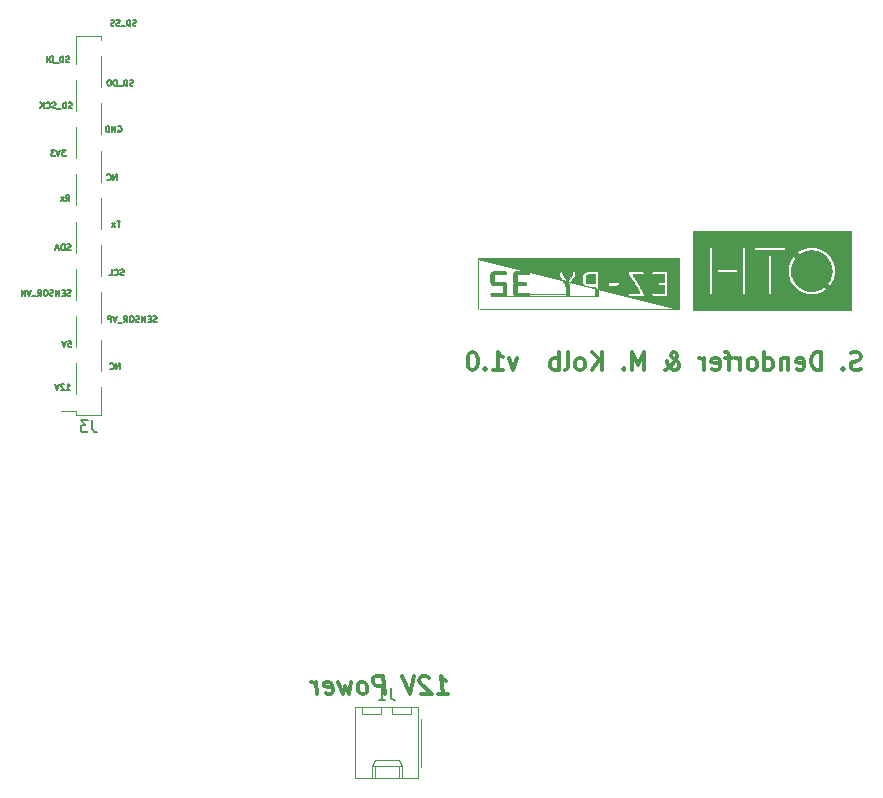
<source format=gbr>
%TF.GenerationSoftware,KiCad,Pcbnew,(5.1.7)-1*%
%TF.CreationDate,2021-01-04T12:01:46+01:00*%
%TF.ProjectId,EZ-PY32,455a2d50-5933-4322-9e6b-696361645f70,rev?*%
%TF.SameCoordinates,Original*%
%TF.FileFunction,Legend,Bot*%
%TF.FilePolarity,Positive*%
%FSLAX46Y46*%
G04 Gerber Fmt 4.6, Leading zero omitted, Abs format (unit mm)*
G04 Created by KiCad (PCBNEW (5.1.7)-1) date 2021-01-04 12:01:46*
%MOMM*%
%LPD*%
G01*
G04 APERTURE LIST*
%ADD10C,0.300000*%
%ADD11C,0.127000*%
%ADD12C,0.010000*%
%ADD13C,0.120000*%
%ADD14C,0.150000*%
G04 APERTURE END LIST*
D10*
X133105217Y-98094022D02*
X132890931Y-98165451D01*
X132533788Y-98165451D01*
X132390931Y-98094022D01*
X132319502Y-98022594D01*
X132248074Y-97879737D01*
X132248074Y-97736880D01*
X132319502Y-97594022D01*
X132390931Y-97522594D01*
X132533788Y-97451165D01*
X132819502Y-97379737D01*
X132962360Y-97308308D01*
X133033788Y-97236880D01*
X133105217Y-97094022D01*
X133105217Y-96951165D01*
X133033788Y-96808308D01*
X132962360Y-96736880D01*
X132819502Y-96665451D01*
X132462360Y-96665451D01*
X132248074Y-96736880D01*
X131605217Y-98022594D02*
X131533788Y-98094022D01*
X131605217Y-98165451D01*
X131676645Y-98094022D01*
X131605217Y-98022594D01*
X131605217Y-98165451D01*
X129748074Y-98165451D02*
X129748074Y-96665451D01*
X129390931Y-96665451D01*
X129176645Y-96736880D01*
X129033788Y-96879737D01*
X128962360Y-97022594D01*
X128890931Y-97308308D01*
X128890931Y-97522594D01*
X128962360Y-97808308D01*
X129033788Y-97951165D01*
X129176645Y-98094022D01*
X129390931Y-98165451D01*
X129748074Y-98165451D01*
X127676645Y-98094022D02*
X127819502Y-98165451D01*
X128105217Y-98165451D01*
X128248074Y-98094022D01*
X128319502Y-97951165D01*
X128319502Y-97379737D01*
X128248074Y-97236880D01*
X128105217Y-97165451D01*
X127819502Y-97165451D01*
X127676645Y-97236880D01*
X127605217Y-97379737D01*
X127605217Y-97522594D01*
X128319502Y-97665451D01*
X126962360Y-97165451D02*
X126962360Y-98165451D01*
X126962360Y-97308308D02*
X126890931Y-97236880D01*
X126748074Y-97165451D01*
X126533788Y-97165451D01*
X126390931Y-97236880D01*
X126319502Y-97379737D01*
X126319502Y-98165451D01*
X124962360Y-98165451D02*
X124962360Y-96665451D01*
X124962360Y-98094022D02*
X125105217Y-98165451D01*
X125390931Y-98165451D01*
X125533788Y-98094022D01*
X125605217Y-98022594D01*
X125676645Y-97879737D01*
X125676645Y-97451165D01*
X125605217Y-97308308D01*
X125533788Y-97236880D01*
X125390931Y-97165451D01*
X125105217Y-97165451D01*
X124962360Y-97236880D01*
X124033788Y-98165451D02*
X124176645Y-98094022D01*
X124248074Y-98022594D01*
X124319502Y-97879737D01*
X124319502Y-97451165D01*
X124248074Y-97308308D01*
X124176645Y-97236880D01*
X124033788Y-97165451D01*
X123819502Y-97165451D01*
X123676645Y-97236880D01*
X123605217Y-97308308D01*
X123533788Y-97451165D01*
X123533788Y-97879737D01*
X123605217Y-98022594D01*
X123676645Y-98094022D01*
X123819502Y-98165451D01*
X124033788Y-98165451D01*
X122890931Y-98165451D02*
X122890931Y-97165451D01*
X122890931Y-97451165D02*
X122819502Y-97308308D01*
X122748074Y-97236880D01*
X122605217Y-97165451D01*
X122462360Y-97165451D01*
X122176645Y-97165451D02*
X121605217Y-97165451D01*
X121962360Y-98165451D02*
X121962360Y-96879737D01*
X121890931Y-96736880D01*
X121748074Y-96665451D01*
X121605217Y-96665451D01*
X120533788Y-98094022D02*
X120676645Y-98165451D01*
X120962360Y-98165451D01*
X121105217Y-98094022D01*
X121176645Y-97951165D01*
X121176645Y-97379737D01*
X121105217Y-97236880D01*
X120962360Y-97165451D01*
X120676645Y-97165451D01*
X120533788Y-97236880D01*
X120462360Y-97379737D01*
X120462360Y-97522594D01*
X121176645Y-97665451D01*
X119819502Y-98165451D02*
X119819502Y-97165451D01*
X119819502Y-97451165D02*
X119748074Y-97308308D01*
X119676645Y-97236880D01*
X119533788Y-97165451D01*
X119390931Y-97165451D01*
X116533788Y-98165451D02*
X116605217Y-98165451D01*
X116748074Y-98094022D01*
X116962360Y-97879737D01*
X117319502Y-97451165D01*
X117462360Y-97236880D01*
X117533788Y-97022594D01*
X117533788Y-96879737D01*
X117462360Y-96736880D01*
X117319502Y-96665451D01*
X117248074Y-96665451D01*
X117105217Y-96736880D01*
X117033788Y-96879737D01*
X117033788Y-96951165D01*
X117105217Y-97094022D01*
X117176645Y-97165451D01*
X117605217Y-97451165D01*
X117676645Y-97522594D01*
X117748074Y-97665451D01*
X117748074Y-97879737D01*
X117676645Y-98022594D01*
X117605217Y-98094022D01*
X117462360Y-98165451D01*
X117248074Y-98165451D01*
X117105217Y-98094022D01*
X117033788Y-98022594D01*
X116819502Y-97736880D01*
X116748074Y-97522594D01*
X116748074Y-97379737D01*
X114748074Y-98165451D02*
X114748074Y-96665451D01*
X114248074Y-97736880D01*
X113748074Y-96665451D01*
X113748074Y-98165451D01*
X113033788Y-98022594D02*
X112962359Y-98094022D01*
X113033788Y-98165451D01*
X113105217Y-98094022D01*
X113033788Y-98022594D01*
X113033788Y-98165451D01*
X111176645Y-98165451D02*
X111176645Y-96665451D01*
X110319502Y-98165451D02*
X110962360Y-97308308D01*
X110319502Y-96665451D02*
X111176645Y-97522594D01*
X109462360Y-98165451D02*
X109605217Y-98094022D01*
X109676645Y-98022594D01*
X109748074Y-97879737D01*
X109748074Y-97451165D01*
X109676645Y-97308308D01*
X109605217Y-97236880D01*
X109462360Y-97165451D01*
X109248074Y-97165451D01*
X109105217Y-97236880D01*
X109033788Y-97308308D01*
X108962360Y-97451165D01*
X108962360Y-97879737D01*
X109033788Y-98022594D01*
X109105217Y-98094022D01*
X109248074Y-98165451D01*
X109462360Y-98165451D01*
X108105217Y-98165451D02*
X108248074Y-98094022D01*
X108319502Y-97951165D01*
X108319502Y-96665451D01*
X107533788Y-98165451D02*
X107533788Y-96665451D01*
X107533788Y-97236880D02*
X107390931Y-97165451D01*
X107105217Y-97165451D01*
X106962360Y-97236880D01*
X106890931Y-97308308D01*
X106819502Y-97451165D01*
X106819502Y-97879737D01*
X106890931Y-98022594D01*
X106962360Y-98094022D01*
X107105217Y-98165451D01*
X107390931Y-98165451D01*
X107533788Y-98094022D01*
X104033788Y-97165451D02*
X103676645Y-98165451D01*
X103319502Y-97165451D01*
X101962360Y-98165451D02*
X102819502Y-98165451D01*
X102390931Y-98165451D02*
X102390931Y-96665451D01*
X102533788Y-96879737D01*
X102676645Y-97022594D01*
X102819502Y-97094022D01*
X101319502Y-98022594D02*
X101248074Y-98094022D01*
X101319502Y-98165451D01*
X101390931Y-98094022D01*
X101319502Y-98022594D01*
X101319502Y-98165451D01*
X100319502Y-96665451D02*
X100176645Y-96665451D01*
X100033788Y-96736880D01*
X99962360Y-96808308D01*
X99890931Y-96951165D01*
X99819502Y-97236880D01*
X99819502Y-97594022D01*
X99890931Y-97879737D01*
X99962360Y-98022594D01*
X100033788Y-98094022D01*
X100176645Y-98165451D01*
X100319502Y-98165451D01*
X100462360Y-98094022D01*
X100533788Y-98022594D01*
X100605217Y-97879737D01*
X100676645Y-97594022D01*
X100676645Y-97236880D01*
X100605217Y-96951165D01*
X100533788Y-96808308D01*
X100462360Y-96736880D01*
X100319502Y-96665451D01*
D11*
X70379502Y-98097689D02*
X70379502Y-97589689D01*
X70089217Y-98097689D01*
X70089217Y-97589689D01*
X69557026Y-98049308D02*
X69581217Y-98073499D01*
X69653788Y-98097689D01*
X69702169Y-98097689D01*
X69774740Y-98073499D01*
X69823121Y-98025118D01*
X69847312Y-97976737D01*
X69871502Y-97879975D01*
X69871502Y-97807403D01*
X69847312Y-97710641D01*
X69823121Y-97662260D01*
X69774740Y-97613880D01*
X69702169Y-97589689D01*
X69653788Y-97589689D01*
X69581217Y-97613880D01*
X69557026Y-97638070D01*
X70721461Y-90123519D02*
X70648890Y-90147709D01*
X70527938Y-90147709D01*
X70479557Y-90123519D01*
X70455366Y-90099328D01*
X70431176Y-90050947D01*
X70431176Y-90002566D01*
X70455366Y-89954185D01*
X70479557Y-89929995D01*
X70527938Y-89905804D01*
X70624700Y-89881614D01*
X70673080Y-89857423D01*
X70697271Y-89833233D01*
X70721461Y-89784852D01*
X70721461Y-89736471D01*
X70697271Y-89688090D01*
X70673080Y-89663900D01*
X70624700Y-89639709D01*
X70503747Y-89639709D01*
X70431176Y-89663900D01*
X69923176Y-90099328D02*
X69947366Y-90123519D01*
X70019938Y-90147709D01*
X70068319Y-90147709D01*
X70140890Y-90123519D01*
X70189271Y-90075138D01*
X70213461Y-90026757D01*
X70237652Y-89929995D01*
X70237652Y-89857423D01*
X70213461Y-89760661D01*
X70189271Y-89712280D01*
X70140890Y-89663900D01*
X70068319Y-89639709D01*
X70019938Y-89639709D01*
X69947366Y-89663900D01*
X69923176Y-89688090D01*
X69463557Y-90147709D02*
X69705461Y-90147709D01*
X69705461Y-89639709D01*
X66013121Y-95684689D02*
X66255026Y-95684689D01*
X66279217Y-95926594D01*
X66255026Y-95902403D01*
X66206645Y-95878213D01*
X66085693Y-95878213D01*
X66037312Y-95902403D01*
X66013121Y-95926594D01*
X65988931Y-95974975D01*
X65988931Y-96095927D01*
X66013121Y-96144308D01*
X66037312Y-96168499D01*
X66085693Y-96192689D01*
X66206645Y-96192689D01*
X66255026Y-96168499D01*
X66279217Y-96144308D01*
X65843788Y-95684689D02*
X65674455Y-96192689D01*
X65505121Y-95684689D01*
X71510071Y-74070719D02*
X71437500Y-74094909D01*
X71316547Y-74094909D01*
X71268166Y-74070719D01*
X71243976Y-74046528D01*
X71219785Y-73998147D01*
X71219785Y-73949766D01*
X71243976Y-73901385D01*
X71268166Y-73877195D01*
X71316547Y-73853004D01*
X71413309Y-73828814D01*
X71461690Y-73804623D01*
X71485880Y-73780433D01*
X71510071Y-73732052D01*
X71510071Y-73683671D01*
X71485880Y-73635290D01*
X71461690Y-73611100D01*
X71413309Y-73586909D01*
X71292357Y-73586909D01*
X71219785Y-73611100D01*
X71002071Y-74094909D02*
X71002071Y-73586909D01*
X70881119Y-73586909D01*
X70808547Y-73611100D01*
X70760166Y-73659480D01*
X70735976Y-73707861D01*
X70711785Y-73804623D01*
X70711785Y-73877195D01*
X70735976Y-73973957D01*
X70760166Y-74022338D01*
X70808547Y-74070719D01*
X70881119Y-74094909D01*
X71002071Y-74094909D01*
X70615023Y-74143290D02*
X70227976Y-74143290D01*
X70107023Y-74094909D02*
X70107023Y-73586909D01*
X69986071Y-73586909D01*
X69913500Y-73611100D01*
X69865119Y-73659480D01*
X69840928Y-73707861D01*
X69816738Y-73804623D01*
X69816738Y-73877195D01*
X69840928Y-73973957D01*
X69865119Y-74022338D01*
X69913500Y-74070719D01*
X69986071Y-74094909D01*
X70107023Y-74094909D01*
X69502261Y-73586909D02*
X69453880Y-73586909D01*
X69405500Y-73611100D01*
X69381309Y-73635290D01*
X69357119Y-73683671D01*
X69332928Y-73780433D01*
X69332928Y-73901385D01*
X69357119Y-73998147D01*
X69381309Y-74046528D01*
X69405500Y-74070719D01*
X69453880Y-74094909D01*
X69502261Y-74094909D01*
X69550642Y-74070719D01*
X69574833Y-74046528D01*
X69599023Y-73998147D01*
X69623214Y-73901385D01*
X69623214Y-73780433D01*
X69599023Y-73683671D01*
X69574833Y-73635290D01*
X69550642Y-73611100D01*
X69502261Y-73586909D01*
X71751976Y-68990499D02*
X71679404Y-69014689D01*
X71558452Y-69014689D01*
X71510071Y-68990499D01*
X71485880Y-68966308D01*
X71461690Y-68917927D01*
X71461690Y-68869546D01*
X71485880Y-68821165D01*
X71510071Y-68796975D01*
X71558452Y-68772784D01*
X71655214Y-68748594D01*
X71703595Y-68724403D01*
X71727785Y-68700213D01*
X71751976Y-68651832D01*
X71751976Y-68603451D01*
X71727785Y-68555070D01*
X71703595Y-68530880D01*
X71655214Y-68506689D01*
X71534261Y-68506689D01*
X71461690Y-68530880D01*
X71243976Y-69014689D02*
X71243976Y-68506689D01*
X71123023Y-68506689D01*
X71050452Y-68530880D01*
X71002071Y-68579260D01*
X70977880Y-68627641D01*
X70953690Y-68724403D01*
X70953690Y-68796975D01*
X70977880Y-68893737D01*
X71002071Y-68942118D01*
X71050452Y-68990499D01*
X71123023Y-69014689D01*
X71243976Y-69014689D01*
X70856928Y-69063070D02*
X70469880Y-69063070D01*
X70373119Y-68990499D02*
X70300547Y-69014689D01*
X70179595Y-69014689D01*
X70131214Y-68990499D01*
X70107023Y-68966308D01*
X70082833Y-68917927D01*
X70082833Y-68869546D01*
X70107023Y-68821165D01*
X70131214Y-68796975D01*
X70179595Y-68772784D01*
X70276357Y-68748594D01*
X70324738Y-68724403D01*
X70348928Y-68700213D01*
X70373119Y-68651832D01*
X70373119Y-68603451D01*
X70348928Y-68555070D01*
X70324738Y-68530880D01*
X70276357Y-68506689D01*
X70155404Y-68506689D01*
X70082833Y-68530880D01*
X69889309Y-68990499D02*
X69816738Y-69014689D01*
X69695785Y-69014689D01*
X69647404Y-68990499D01*
X69623214Y-68966308D01*
X69599023Y-68917927D01*
X69599023Y-68869546D01*
X69623214Y-68821165D01*
X69647404Y-68796975D01*
X69695785Y-68772784D01*
X69792547Y-68748594D01*
X69840928Y-68724403D01*
X69865119Y-68700213D01*
X69889309Y-68651832D01*
X69889309Y-68603451D01*
X69865119Y-68555070D01*
X69840928Y-68530880D01*
X69792547Y-68506689D01*
X69671595Y-68506689D01*
X69599023Y-68530880D01*
X70416661Y-85524909D02*
X70126376Y-85524909D01*
X70271519Y-86032909D02*
X70271519Y-85524909D01*
X70005423Y-86032909D02*
X69739328Y-85694242D01*
X70005423Y-85694242D02*
X69739328Y-86032909D01*
X73505785Y-94085919D02*
X73433214Y-94110109D01*
X73312261Y-94110109D01*
X73263880Y-94085919D01*
X73239690Y-94061728D01*
X73215500Y-94013347D01*
X73215500Y-93964966D01*
X73239690Y-93916585D01*
X73263880Y-93892395D01*
X73312261Y-93868204D01*
X73409023Y-93844014D01*
X73457404Y-93819823D01*
X73481595Y-93795633D01*
X73505785Y-93747252D01*
X73505785Y-93698871D01*
X73481595Y-93650490D01*
X73457404Y-93626300D01*
X73409023Y-93602109D01*
X73288071Y-93602109D01*
X73215500Y-93626300D01*
X72997785Y-93844014D02*
X72828452Y-93844014D01*
X72755880Y-94110109D02*
X72997785Y-94110109D01*
X72997785Y-93602109D01*
X72755880Y-93602109D01*
X72538166Y-94110109D02*
X72538166Y-93602109D01*
X72247880Y-94110109D01*
X72247880Y-93602109D01*
X72030166Y-94085919D02*
X71957595Y-94110109D01*
X71836642Y-94110109D01*
X71788261Y-94085919D01*
X71764071Y-94061728D01*
X71739880Y-94013347D01*
X71739880Y-93964966D01*
X71764071Y-93916585D01*
X71788261Y-93892395D01*
X71836642Y-93868204D01*
X71933404Y-93844014D01*
X71981785Y-93819823D01*
X72005976Y-93795633D01*
X72030166Y-93747252D01*
X72030166Y-93698871D01*
X72005976Y-93650490D01*
X71981785Y-93626300D01*
X71933404Y-93602109D01*
X71812452Y-93602109D01*
X71739880Y-93626300D01*
X71425404Y-93602109D02*
X71328642Y-93602109D01*
X71280261Y-93626300D01*
X71231880Y-93674680D01*
X71207690Y-93771442D01*
X71207690Y-93940776D01*
X71231880Y-94037538D01*
X71280261Y-94085919D01*
X71328642Y-94110109D01*
X71425404Y-94110109D01*
X71473785Y-94085919D01*
X71522166Y-94037538D01*
X71546357Y-93940776D01*
X71546357Y-93771442D01*
X71522166Y-93674680D01*
X71473785Y-93626300D01*
X71425404Y-93602109D01*
X70699690Y-94110109D02*
X70869023Y-93868204D01*
X70989976Y-94110109D02*
X70989976Y-93602109D01*
X70796452Y-93602109D01*
X70748071Y-93626300D01*
X70723880Y-93650490D01*
X70699690Y-93698871D01*
X70699690Y-93771442D01*
X70723880Y-93819823D01*
X70748071Y-93844014D01*
X70796452Y-93868204D01*
X70989976Y-93868204D01*
X70602928Y-94158490D02*
X70215880Y-94158490D01*
X70167500Y-93602109D02*
X69998166Y-94110109D01*
X69828833Y-93602109D01*
X69659500Y-94110109D02*
X69659500Y-93602109D01*
X69465976Y-93602109D01*
X69417595Y-93626300D01*
X69393404Y-93650490D01*
X69369214Y-93698871D01*
X69369214Y-93771442D01*
X69393404Y-93819823D01*
X69417595Y-93844014D01*
X69465976Y-93868204D01*
X69659500Y-93868204D01*
X65818052Y-79530509D02*
X65503576Y-79530509D01*
X65672909Y-79724033D01*
X65600338Y-79724033D01*
X65551957Y-79748223D01*
X65527766Y-79772414D01*
X65503576Y-79820795D01*
X65503576Y-79941747D01*
X65527766Y-79990128D01*
X65551957Y-80014319D01*
X65600338Y-80038509D01*
X65745480Y-80038509D01*
X65793861Y-80014319D01*
X65818052Y-79990128D01*
X65358433Y-79530509D02*
X65189100Y-80038509D01*
X65019766Y-79530509D01*
X64898814Y-79530509D02*
X64584338Y-79530509D01*
X64753671Y-79724033D01*
X64681100Y-79724033D01*
X64632719Y-79748223D01*
X64608528Y-79772414D01*
X64584338Y-79820795D01*
X64584338Y-79941747D01*
X64608528Y-79990128D01*
X64632719Y-80014319D01*
X64681100Y-80038509D01*
X64826242Y-80038509D01*
X64874623Y-80014319D01*
X64898814Y-79990128D01*
X70240407Y-77547880D02*
X70288788Y-77523689D01*
X70361360Y-77523689D01*
X70433931Y-77547880D01*
X70482312Y-77596260D01*
X70506502Y-77644641D01*
X70530693Y-77741403D01*
X70530693Y-77813975D01*
X70506502Y-77910737D01*
X70482312Y-77959118D01*
X70433931Y-78007499D01*
X70361360Y-78031689D01*
X70312979Y-78031689D01*
X70240407Y-78007499D01*
X70216217Y-77983308D01*
X70216217Y-77813975D01*
X70312979Y-77813975D01*
X69998502Y-78031689D02*
X69998502Y-77523689D01*
X69708217Y-78031689D01*
X69708217Y-77523689D01*
X69466312Y-78031689D02*
X69466312Y-77523689D01*
X69345360Y-77523689D01*
X69272788Y-77547880D01*
X69224407Y-77596260D01*
X69200217Y-77644641D01*
X69176026Y-77741403D01*
X69176026Y-77813975D01*
X69200217Y-77910737D01*
X69224407Y-77959118D01*
X69272788Y-78007499D01*
X69345360Y-78031689D01*
X69466312Y-78031689D01*
X70125502Y-82095689D02*
X70125502Y-81587689D01*
X69835217Y-82095689D01*
X69835217Y-81587689D01*
X69303026Y-82047308D02*
X69327217Y-82071499D01*
X69399788Y-82095689D01*
X69448169Y-82095689D01*
X69520740Y-82071499D01*
X69569121Y-82023118D01*
X69593312Y-81974737D01*
X69617502Y-81877975D01*
X69617502Y-81805403D01*
X69593312Y-81708641D01*
X69569121Y-81660260D01*
X69520740Y-81611880D01*
X69448169Y-81587689D01*
X69399788Y-81587689D01*
X69327217Y-81611880D01*
X69303026Y-81636070D01*
X66218740Y-91850499D02*
X66146169Y-91874689D01*
X66025217Y-91874689D01*
X65976836Y-91850499D01*
X65952645Y-91826308D01*
X65928455Y-91777927D01*
X65928455Y-91729546D01*
X65952645Y-91681165D01*
X65976836Y-91656975D01*
X66025217Y-91632784D01*
X66121979Y-91608594D01*
X66170360Y-91584403D01*
X66194550Y-91560213D01*
X66218740Y-91511832D01*
X66218740Y-91463451D01*
X66194550Y-91415070D01*
X66170360Y-91390880D01*
X66121979Y-91366689D01*
X66001026Y-91366689D01*
X65928455Y-91390880D01*
X65710740Y-91608594D02*
X65541407Y-91608594D01*
X65468836Y-91874689D02*
X65710740Y-91874689D01*
X65710740Y-91366689D01*
X65468836Y-91366689D01*
X65251121Y-91874689D02*
X65251121Y-91366689D01*
X64960836Y-91874689D01*
X64960836Y-91366689D01*
X64743121Y-91850499D02*
X64670550Y-91874689D01*
X64549598Y-91874689D01*
X64501217Y-91850499D01*
X64477026Y-91826308D01*
X64452836Y-91777927D01*
X64452836Y-91729546D01*
X64477026Y-91681165D01*
X64501217Y-91656975D01*
X64549598Y-91632784D01*
X64646360Y-91608594D01*
X64694740Y-91584403D01*
X64718931Y-91560213D01*
X64743121Y-91511832D01*
X64743121Y-91463451D01*
X64718931Y-91415070D01*
X64694740Y-91390880D01*
X64646360Y-91366689D01*
X64525407Y-91366689D01*
X64452836Y-91390880D01*
X64138360Y-91366689D02*
X64041598Y-91366689D01*
X63993217Y-91390880D01*
X63944836Y-91439260D01*
X63920645Y-91536022D01*
X63920645Y-91705356D01*
X63944836Y-91802118D01*
X63993217Y-91850499D01*
X64041598Y-91874689D01*
X64138360Y-91874689D01*
X64186740Y-91850499D01*
X64235121Y-91802118D01*
X64259312Y-91705356D01*
X64259312Y-91536022D01*
X64235121Y-91439260D01*
X64186740Y-91390880D01*
X64138360Y-91366689D01*
X63412645Y-91874689D02*
X63581979Y-91632784D01*
X63702931Y-91874689D02*
X63702931Y-91366689D01*
X63509407Y-91366689D01*
X63461026Y-91390880D01*
X63436836Y-91415070D01*
X63412645Y-91463451D01*
X63412645Y-91536022D01*
X63436836Y-91584403D01*
X63461026Y-91608594D01*
X63509407Y-91632784D01*
X63702931Y-91632784D01*
X63315883Y-91923070D02*
X62928836Y-91923070D01*
X62880455Y-91366689D02*
X62711121Y-91874689D01*
X62541788Y-91366689D01*
X62372455Y-91874689D02*
X62372455Y-91366689D01*
X62082169Y-91874689D01*
X62082169Y-91366689D01*
X66212357Y-87989919D02*
X66139785Y-88014109D01*
X66018833Y-88014109D01*
X65970452Y-87989919D01*
X65946261Y-87965728D01*
X65922071Y-87917347D01*
X65922071Y-87868966D01*
X65946261Y-87820585D01*
X65970452Y-87796395D01*
X66018833Y-87772204D01*
X66115595Y-87748014D01*
X66163976Y-87723823D01*
X66188166Y-87699633D01*
X66212357Y-87651252D01*
X66212357Y-87602871D01*
X66188166Y-87554490D01*
X66163976Y-87530300D01*
X66115595Y-87506109D01*
X65994642Y-87506109D01*
X65922071Y-87530300D01*
X65704357Y-88014109D02*
X65704357Y-87506109D01*
X65583404Y-87506109D01*
X65510833Y-87530300D01*
X65462452Y-87578680D01*
X65438261Y-87627061D01*
X65414071Y-87723823D01*
X65414071Y-87796395D01*
X65438261Y-87893157D01*
X65462452Y-87941538D01*
X65510833Y-87989919D01*
X65583404Y-88014109D01*
X65704357Y-88014109D01*
X65220547Y-87868966D02*
X64978642Y-87868966D01*
X65268928Y-88014109D02*
X65099595Y-87506109D01*
X64930261Y-88014109D01*
X65796280Y-83848509D02*
X65965614Y-83606604D01*
X66086566Y-83848509D02*
X66086566Y-83340509D01*
X65893042Y-83340509D01*
X65844661Y-83364700D01*
X65820471Y-83388890D01*
X65796280Y-83437271D01*
X65796280Y-83509842D01*
X65820471Y-83558223D01*
X65844661Y-83582414D01*
X65893042Y-83606604D01*
X66086566Y-83606604D01*
X65626947Y-83848509D02*
X65360852Y-83509842D01*
X65626947Y-83509842D02*
X65360852Y-83848509D01*
X66105919Y-72089519D02*
X66033347Y-72113709D01*
X65912395Y-72113709D01*
X65864014Y-72089519D01*
X65839823Y-72065328D01*
X65815633Y-72016947D01*
X65815633Y-71968566D01*
X65839823Y-71920185D01*
X65864014Y-71895995D01*
X65912395Y-71871804D01*
X66009157Y-71847614D01*
X66057538Y-71823423D01*
X66081728Y-71799233D01*
X66105919Y-71750852D01*
X66105919Y-71702471D01*
X66081728Y-71654090D01*
X66057538Y-71629900D01*
X66009157Y-71605709D01*
X65888204Y-71605709D01*
X65815633Y-71629900D01*
X65597919Y-72113709D02*
X65597919Y-71605709D01*
X65476966Y-71605709D01*
X65404395Y-71629900D01*
X65356014Y-71678280D01*
X65331823Y-71726661D01*
X65307633Y-71823423D01*
X65307633Y-71895995D01*
X65331823Y-71992757D01*
X65356014Y-72041138D01*
X65404395Y-72089519D01*
X65476966Y-72113709D01*
X65597919Y-72113709D01*
X65210871Y-72162090D02*
X64823823Y-72162090D01*
X64702871Y-72113709D02*
X64702871Y-71605709D01*
X64581919Y-71605709D01*
X64509347Y-71629900D01*
X64460966Y-71678280D01*
X64436776Y-71726661D01*
X64412585Y-71823423D01*
X64412585Y-71895995D01*
X64436776Y-71992757D01*
X64460966Y-72041138D01*
X64509347Y-72089519D01*
X64581919Y-72113709D01*
X64702871Y-72113709D01*
X64194871Y-72113709D02*
X64194871Y-71605709D01*
X66328471Y-76001119D02*
X66255900Y-76025309D01*
X66134947Y-76025309D01*
X66086566Y-76001119D01*
X66062376Y-75976928D01*
X66038185Y-75928547D01*
X66038185Y-75880166D01*
X66062376Y-75831785D01*
X66086566Y-75807595D01*
X66134947Y-75783404D01*
X66231709Y-75759214D01*
X66280090Y-75735023D01*
X66304280Y-75710833D01*
X66328471Y-75662452D01*
X66328471Y-75614071D01*
X66304280Y-75565690D01*
X66280090Y-75541500D01*
X66231709Y-75517309D01*
X66110757Y-75517309D01*
X66038185Y-75541500D01*
X65820471Y-76025309D02*
X65820471Y-75517309D01*
X65699519Y-75517309D01*
X65626947Y-75541500D01*
X65578566Y-75589880D01*
X65554376Y-75638261D01*
X65530185Y-75735023D01*
X65530185Y-75807595D01*
X65554376Y-75904357D01*
X65578566Y-75952738D01*
X65626947Y-76001119D01*
X65699519Y-76025309D01*
X65820471Y-76025309D01*
X65433423Y-76073690D02*
X65046376Y-76073690D01*
X64949614Y-76001119D02*
X64877042Y-76025309D01*
X64756090Y-76025309D01*
X64707709Y-76001119D01*
X64683519Y-75976928D01*
X64659328Y-75928547D01*
X64659328Y-75880166D01*
X64683519Y-75831785D01*
X64707709Y-75807595D01*
X64756090Y-75783404D01*
X64852852Y-75759214D01*
X64901233Y-75735023D01*
X64925423Y-75710833D01*
X64949614Y-75662452D01*
X64949614Y-75614071D01*
X64925423Y-75565690D01*
X64901233Y-75541500D01*
X64852852Y-75517309D01*
X64731900Y-75517309D01*
X64659328Y-75541500D01*
X64151328Y-75976928D02*
X64175519Y-76001119D01*
X64248090Y-76025309D01*
X64296471Y-76025309D01*
X64369042Y-76001119D01*
X64417423Y-75952738D01*
X64441614Y-75904357D01*
X64465804Y-75807595D01*
X64465804Y-75735023D01*
X64441614Y-75638261D01*
X64417423Y-75589880D01*
X64369042Y-75541500D01*
X64296471Y-75517309D01*
X64248090Y-75517309D01*
X64175519Y-75541500D01*
X64151328Y-75565690D01*
X63933614Y-76025309D02*
X63933614Y-75517309D01*
X63643328Y-76025309D02*
X63861042Y-75735023D01*
X63643328Y-75517309D02*
X63933614Y-75807595D01*
X65859176Y-99850509D02*
X66149461Y-99850509D01*
X66004319Y-99850509D02*
X66004319Y-99342509D01*
X66052700Y-99415080D01*
X66101080Y-99463461D01*
X66149461Y-99487652D01*
X65665652Y-99390890D02*
X65641461Y-99366700D01*
X65593080Y-99342509D01*
X65472128Y-99342509D01*
X65423747Y-99366700D01*
X65399557Y-99390890D01*
X65375366Y-99439271D01*
X65375366Y-99487652D01*
X65399557Y-99560223D01*
X65689842Y-99850509D01*
X65375366Y-99850509D01*
X65230223Y-99342509D02*
X65060890Y-99850509D01*
X64891557Y-99342509D01*
D10*
X97309860Y-125597451D02*
X98167002Y-125597451D01*
X97738431Y-125597451D02*
X97550931Y-124097451D01*
X97720574Y-124311737D01*
X97881288Y-124454594D01*
X98033074Y-124526022D01*
X96568788Y-124240308D02*
X96488431Y-124168880D01*
X96336645Y-124097451D01*
X95979502Y-124097451D01*
X95845574Y-124168880D01*
X95783074Y-124240308D01*
X95729502Y-124383165D01*
X95747360Y-124526022D01*
X95845574Y-124740308D01*
X96809860Y-125597451D01*
X95881288Y-125597451D01*
X95265217Y-124097451D02*
X94952717Y-125597451D01*
X94265217Y-124097451D01*
X92809860Y-125597451D02*
X92622360Y-124097451D01*
X92050931Y-124097451D01*
X91917002Y-124168880D01*
X91854502Y-124240308D01*
X91800931Y-124383165D01*
X91827717Y-124597451D01*
X91917002Y-124740308D01*
X91997360Y-124811737D01*
X92149145Y-124883165D01*
X92720574Y-124883165D01*
X91095574Y-125597451D02*
X91229502Y-125526022D01*
X91292002Y-125454594D01*
X91345574Y-125311737D01*
X91292002Y-124883165D01*
X91202717Y-124740308D01*
X91122360Y-124668880D01*
X90970574Y-124597451D01*
X90756288Y-124597451D01*
X90622360Y-124668880D01*
X90559860Y-124740308D01*
X90506288Y-124883165D01*
X90559860Y-125311737D01*
X90649145Y-125454594D01*
X90729502Y-125526022D01*
X90881288Y-125597451D01*
X91095574Y-125597451D01*
X89970574Y-124597451D02*
X89809860Y-125597451D01*
X89434860Y-124883165D01*
X89238431Y-125597451D01*
X88827717Y-124597451D01*
X87800931Y-125526022D02*
X87952717Y-125597451D01*
X88238431Y-125597451D01*
X88372360Y-125526022D01*
X88425931Y-125383165D01*
X88354502Y-124811737D01*
X88265217Y-124668880D01*
X88113431Y-124597451D01*
X87827717Y-124597451D01*
X87693788Y-124668880D01*
X87640217Y-124811737D01*
X87658074Y-124954594D01*
X88390217Y-125097451D01*
X87095574Y-125597451D02*
X86970574Y-124597451D01*
X87006288Y-124883165D02*
X86917002Y-124740308D01*
X86836645Y-124668880D01*
X86684860Y-124597451D01*
X86542002Y-124597451D01*
D12*
%TO.C,G\u002A\u002A\u002A*%
G36*
X110248885Y-90072352D02*
G01*
X110139181Y-90074195D01*
X110051999Y-90076370D01*
X109984463Y-90079316D01*
X109933694Y-90083474D01*
X109896817Y-90089285D01*
X109870952Y-90097190D01*
X109853225Y-90107629D01*
X109840756Y-90121043D01*
X109831515Y-90136281D01*
X109826477Y-90158512D01*
X109822406Y-90201503D01*
X109819311Y-90260629D01*
X109817204Y-90331268D01*
X109816093Y-90408798D01*
X109815988Y-90488594D01*
X109816900Y-90566034D01*
X109818838Y-90636496D01*
X109821812Y-90695355D01*
X109825832Y-90737989D01*
X109830186Y-90758282D01*
X109839035Y-90776969D01*
X109850136Y-90791865D01*
X109866292Y-90803439D01*
X109890307Y-90812163D01*
X109924986Y-90818505D01*
X109973132Y-90822935D01*
X110037550Y-90825924D01*
X110121042Y-90827940D01*
X110226415Y-90829453D01*
X110257188Y-90829816D01*
X110611566Y-90833903D01*
X110603339Y-90728216D01*
X110600836Y-90682925D01*
X110598632Y-90617966D01*
X110596852Y-90539070D01*
X110595619Y-90451971D01*
X110595057Y-90362398D01*
X110595037Y-90344850D01*
X110594960Y-90067171D01*
X110248885Y-90072352D01*
G37*
X110248885Y-90072352D02*
X110139181Y-90074195D01*
X110051999Y-90076370D01*
X109984463Y-90079316D01*
X109933694Y-90083474D01*
X109896817Y-90089285D01*
X109870952Y-90097190D01*
X109853225Y-90107629D01*
X109840756Y-90121043D01*
X109831515Y-90136281D01*
X109826477Y-90158512D01*
X109822406Y-90201503D01*
X109819311Y-90260629D01*
X109817204Y-90331268D01*
X109816093Y-90408798D01*
X109815988Y-90488594D01*
X109816900Y-90566034D01*
X109818838Y-90636496D01*
X109821812Y-90695355D01*
X109825832Y-90737989D01*
X109830186Y-90758282D01*
X109839035Y-90776969D01*
X109850136Y-90791865D01*
X109866292Y-90803439D01*
X109890307Y-90812163D01*
X109924986Y-90818505D01*
X109973132Y-90822935D01*
X110037550Y-90825924D01*
X110121042Y-90827940D01*
X110226415Y-90829453D01*
X110257188Y-90829816D01*
X110611566Y-90833903D01*
X110603339Y-90728216D01*
X110600836Y-90682925D01*
X110598632Y-90617966D01*
X110596852Y-90539070D01*
X110595619Y-90451971D01*
X110595057Y-90362398D01*
X110595037Y-90344850D01*
X110594960Y-90067171D01*
X110248885Y-90072352D01*
G36*
X100727060Y-88787380D02*
G01*
X117668860Y-93003809D01*
X100904860Y-93003839D01*
X105194804Y-93003922D01*
X105561163Y-93004056D01*
X105946470Y-93004239D01*
X106348577Y-93004470D01*
X106765332Y-93004744D01*
X107194585Y-93005062D01*
X107634186Y-93005420D01*
X108081985Y-93005816D01*
X108535831Y-93006248D01*
X108993574Y-93006715D01*
X109453063Y-93007213D01*
X109912150Y-93007741D01*
X110368682Y-93008297D01*
X110820510Y-93008878D01*
X111265484Y-93009483D01*
X111701453Y-93010109D01*
X112126268Y-93010754D01*
X112537776Y-93011415D01*
X112933830Y-93012092D01*
X113030185Y-93012263D01*
X117732360Y-93020688D01*
X117732360Y-89803380D01*
X116703660Y-89803380D01*
X116703660Y-91898880D01*
X116128985Y-91898769D01*
X116008089Y-91898578D01*
X115893016Y-91898077D01*
X115786678Y-91897301D01*
X115691991Y-91896285D01*
X115611867Y-91895065D01*
X115549220Y-91893676D01*
X115506964Y-91892155D01*
X115490810Y-91890997D01*
X115445080Y-91881675D01*
X115415265Y-91864550D01*
X115401983Y-91849833D01*
X115385181Y-91812698D01*
X114773260Y-91812698D01*
X114771688Y-91852835D01*
X114767648Y-91882016D01*
X114764045Y-91891162D01*
X114749886Y-91892909D01*
X114712804Y-91894390D01*
X114655277Y-91895585D01*
X114579780Y-91896474D01*
X114488789Y-91897036D01*
X114384782Y-91897249D01*
X114270233Y-91897093D01*
X114147621Y-91896548D01*
X114132220Y-91896454D01*
X113990241Y-91895524D01*
X113871449Y-91894613D01*
X113773629Y-91893624D01*
X113694567Y-91892456D01*
X113632050Y-91891012D01*
X113583865Y-91889193D01*
X113547796Y-91886899D01*
X113521632Y-91884032D01*
X113503157Y-91880494D01*
X113490158Y-91876186D01*
X113480422Y-91871008D01*
X113474794Y-91867130D01*
X113439585Y-91828843D01*
X113421685Y-91782383D01*
X113420844Y-91734163D01*
X113436812Y-91690598D01*
X113469338Y-91658103D01*
X113483223Y-91651082D01*
X113506424Y-91645810D01*
X113549767Y-91641044D01*
X113614294Y-91636725D01*
X113701050Y-91632798D01*
X113811079Y-91629206D01*
X113945424Y-91625893D01*
X113950935Y-91625774D01*
X114052393Y-91623386D01*
X114145280Y-91620811D01*
X114226672Y-91618160D01*
X114293643Y-91615545D01*
X114343265Y-91613077D01*
X114372614Y-91610868D01*
X114379560Y-91609447D01*
X114373422Y-91596723D01*
X114356396Y-91565826D01*
X114330562Y-91520422D01*
X114298005Y-91464177D01*
X114266782Y-91410892D01*
X114230865Y-91349894D01*
X114184894Y-91271790D01*
X114131689Y-91181370D01*
X114074066Y-91083423D01*
X114014845Y-90982740D01*
X113956844Y-90884112D01*
X113944918Y-90863830D01*
X113937389Y-90851130D01*
X112626960Y-90851130D01*
X112621490Y-90896528D01*
X112607440Y-90941970D01*
X112588351Y-90977969D01*
X112574281Y-90992228D01*
X112554174Y-91000628D01*
X112521903Y-91007260D01*
X112475277Y-91012243D01*
X112412109Y-91015694D01*
X112330207Y-91017733D01*
X112227382Y-91018477D01*
X112101445Y-91018045D01*
X112096650Y-91018010D01*
X111763190Y-91015570D01*
X111724234Y-90976614D01*
X111688973Y-90924434D01*
X111676280Y-90862446D01*
X111686557Y-90793245D01*
X111692930Y-90774681D01*
X111710673Y-90737983D01*
X111730326Y-90711202D01*
X111738231Y-90704935D01*
X111757521Y-90701360D01*
X111798323Y-90698384D01*
X111856758Y-90696007D01*
X111928944Y-90694229D01*
X112011002Y-90693049D01*
X112099050Y-90692467D01*
X112189210Y-90692483D01*
X112277599Y-90693096D01*
X112360339Y-90694307D01*
X112433548Y-90696114D01*
X112493346Y-90698518D01*
X112535853Y-90701518D01*
X112556898Y-90704999D01*
X112587911Y-90729082D01*
X112611836Y-90771169D01*
X112625255Y-90824129D01*
X112626960Y-90851130D01*
X113937389Y-90851130D01*
X113884954Y-90762686D01*
X113820517Y-90655464D01*
X113754979Y-90547674D01*
X113691710Y-90444827D01*
X113634082Y-90352433D01*
X113585467Y-90276000D01*
X113581447Y-90269780D01*
X113427060Y-90031330D01*
X113427060Y-89819999D01*
X113588985Y-89811741D01*
X113651699Y-89809263D01*
X113730407Y-89807287D01*
X113821635Y-89805799D01*
X113921910Y-89804790D01*
X114027757Y-89804249D01*
X114135703Y-89804164D01*
X114242272Y-89804524D01*
X114343992Y-89805317D01*
X114437387Y-89806534D01*
X114518984Y-89808163D01*
X114585308Y-89810192D01*
X114632886Y-89812611D01*
X114657029Y-89815155D01*
X114706880Y-89830106D01*
X114737131Y-89855061D01*
X114752943Y-89895748D01*
X114757307Y-89926390D01*
X114758443Y-89970646D01*
X114749883Y-90001243D01*
X114738125Y-90018772D01*
X114727679Y-90030310D01*
X114715159Y-90038797D01*
X114696487Y-90044934D01*
X114667586Y-90049423D01*
X114624381Y-90052966D01*
X114562794Y-90056262D01*
X114505026Y-90058866D01*
X114419440Y-90062033D01*
X114318206Y-90064857D01*
X114211074Y-90067121D01*
X114107796Y-90068604D01*
X114051177Y-90069031D01*
X113966429Y-90069536D01*
X113903905Y-90070429D01*
X113860432Y-90072024D01*
X113832833Y-90074630D01*
X113817934Y-90078560D01*
X113812559Y-90084125D01*
X113813534Y-90091635D01*
X113813782Y-90092305D01*
X113821420Y-90106645D01*
X113840864Y-90141143D01*
X113871094Y-90194034D01*
X113911087Y-90263554D01*
X113959824Y-90347936D01*
X114016284Y-90445417D01*
X114079444Y-90554231D01*
X114148286Y-90672613D01*
X114221787Y-90798798D01*
X114297741Y-90928990D01*
X114387113Y-91082102D01*
X114464525Y-91214883D01*
X114530834Y-91328929D01*
X114586900Y-91425838D01*
X114633581Y-91507206D01*
X114671738Y-91574628D01*
X114702228Y-91629702D01*
X114725911Y-91674023D01*
X114743647Y-91709189D01*
X114756293Y-91736795D01*
X114764709Y-91758439D01*
X114769754Y-91775716D01*
X114772287Y-91790223D01*
X114773168Y-91803556D01*
X114773260Y-91812698D01*
X115385181Y-91812698D01*
X115379942Y-91801121D01*
X115377944Y-91745831D01*
X115395680Y-91692584D01*
X115408260Y-91673752D01*
X115440010Y-91633790D01*
X116430610Y-91625830D01*
X116434004Y-91305155D01*
X116437397Y-90984480D01*
X116262554Y-90983722D01*
X116158859Y-90982197D01*
X116077685Y-90977902D01*
X116016209Y-90969750D01*
X115971608Y-90956655D01*
X115941059Y-90937531D01*
X115921738Y-90911292D01*
X115910823Y-90876853D01*
X115906623Y-90846787D01*
X115904615Y-90806022D01*
X115910429Y-90779582D01*
X115926991Y-90756869D01*
X115933208Y-90750477D01*
X115965906Y-90717779D01*
X116201433Y-90717780D01*
X116436960Y-90717780D01*
X116436960Y-90070080D01*
X115995635Y-90069322D01*
X115861058Y-90068885D01*
X115749529Y-90067943D01*
X115658698Y-90066298D01*
X115586216Y-90063753D01*
X115529732Y-90060108D01*
X115486897Y-90055166D01*
X115455362Y-90048727D01*
X115432775Y-90040594D01*
X115416787Y-90030568D01*
X115405909Y-90019529D01*
X115386717Y-89978537D01*
X115381558Y-89927576D01*
X115389976Y-89877010D01*
X115411516Y-89837203D01*
X115414033Y-89834552D01*
X115445206Y-89803380D01*
X110875232Y-89803380D01*
X110871621Y-90809855D01*
X110870946Y-90997591D01*
X110870290Y-91161576D01*
X110869554Y-91303455D01*
X110868640Y-91424876D01*
X110867447Y-91527486D01*
X110865878Y-91612932D01*
X110863832Y-91682862D01*
X110861211Y-91738922D01*
X110857915Y-91782761D01*
X110853846Y-91816024D01*
X110848904Y-91840360D01*
X110842990Y-91857416D01*
X110836005Y-91868838D01*
X110827851Y-91876275D01*
X110818426Y-91881372D01*
X110807634Y-91885778D01*
X110806855Y-91886091D01*
X110745282Y-91899001D01*
X110744585Y-91898880D01*
X103101960Y-91898880D01*
X102495535Y-91898809D01*
X102342895Y-91898503D01*
X102207949Y-91897639D01*
X102091961Y-91896243D01*
X101996193Y-91894341D01*
X101921910Y-91891959D01*
X101870374Y-91889122D01*
X101842850Y-91885856D01*
X101841506Y-91885517D01*
X101797923Y-91861655D01*
X101768689Y-91822311D01*
X101755511Y-91774032D01*
X101760096Y-91723365D01*
X101784151Y-91676860D01*
X101786407Y-91674163D01*
X101817053Y-91638530D01*
X102030882Y-91630228D01*
X102111876Y-91627582D01*
X102210149Y-91625156D01*
X102317577Y-91623103D01*
X102426041Y-91621576D01*
X102527417Y-91620731D01*
X102533635Y-91620703D01*
X102822560Y-91619480D01*
X102822560Y-91308330D01*
X102822437Y-91222365D01*
X102822088Y-91145396D01*
X102821551Y-91080879D01*
X102820859Y-91032267D01*
X102820049Y-91003015D01*
X102819385Y-90995859D01*
X102806405Y-90995287D01*
X102770974Y-90994261D01*
X102716035Y-90992852D01*
X102644533Y-90991132D01*
X102559411Y-90989171D01*
X102463613Y-90987042D01*
X102384410Y-90985332D01*
X102259302Y-90982564D01*
X102156881Y-90979777D01*
X102074440Y-90976457D01*
X102009272Y-90972092D01*
X101958667Y-90966168D01*
X101919920Y-90958173D01*
X101890322Y-90947593D01*
X101867165Y-90933916D01*
X101847743Y-90916628D01*
X101829346Y-90895218D01*
X101815697Y-90877590D01*
X101795294Y-90849474D01*
X101781742Y-90824679D01*
X101773114Y-90796395D01*
X101767484Y-90757811D01*
X101762925Y-90702115D01*
X101761911Y-90687433D01*
X101759413Y-90634117D01*
X101757637Y-90561591D01*
X101756650Y-90476037D01*
X101756515Y-90383636D01*
X101757297Y-90290572D01*
X101757580Y-90271756D01*
X101759286Y-90178181D01*
X101761184Y-90106411D01*
X101763601Y-90052851D01*
X101766868Y-90013905D01*
X101771314Y-89985979D01*
X101777267Y-89965477D01*
X101785058Y-89948806D01*
X101787559Y-89944426D01*
X101828806Y-89892019D01*
X101882682Y-89848003D01*
X101940138Y-89819379D01*
X101954272Y-89815386D01*
X101977610Y-89812868D01*
X102023304Y-89810527D01*
X102088312Y-89808428D01*
X102169590Y-89806634D01*
X102264095Y-89805210D01*
X102368785Y-89804218D01*
X102480616Y-89803723D01*
X102512209Y-89803682D01*
X103021008Y-89803380D01*
X103055134Y-89838999D01*
X103083065Y-89885155D01*
X103091034Y-89939377D01*
X103078991Y-89993965D01*
X103056382Y-90031005D01*
X103023503Y-90070079D01*
X102529332Y-90070080D01*
X102035160Y-90070080D01*
X102035160Y-90716280D01*
X102476485Y-90720205D01*
X102601262Y-90721365D01*
X102703335Y-90722756D01*
X102785401Y-90724897D01*
X102850155Y-90728306D01*
X102900292Y-90733502D01*
X102938509Y-90741005D01*
X102967499Y-90751334D01*
X102989960Y-90765008D01*
X103008585Y-90782546D01*
X103026072Y-90804466D01*
X103043832Y-90829466D01*
X103060986Y-90856118D01*
X103072671Y-90882307D01*
X103080507Y-90914589D01*
X103086119Y-90959518D01*
X103090830Y-91019357D01*
X103093374Y-91068664D01*
X103095721Y-91138485D01*
X103097772Y-91223934D01*
X103099427Y-91320125D01*
X103100587Y-91422172D01*
X103101152Y-91525188D01*
X103101157Y-91527405D01*
X103101960Y-91898880D01*
X110744585Y-91898880D01*
X110686867Y-91888873D01*
X110642786Y-91861839D01*
X110601310Y-91824798D01*
X110597580Y-91470185D01*
X110593849Y-91115571D01*
X110203880Y-91103584D01*
X110093153Y-91100080D01*
X110004799Y-91096946D01*
X109935800Y-91093913D01*
X109883137Y-91090710D01*
X109843791Y-91087071D01*
X109814744Y-91082724D01*
X109792977Y-91077401D01*
X109775471Y-91070833D01*
X109761881Y-91064173D01*
X109717957Y-91034363D01*
X109670752Y-90991786D01*
X109626135Y-90942952D01*
X109589973Y-90894372D01*
X109568136Y-90852556D01*
X109566503Y-90847424D01*
X109552240Y-90779217D01*
X109541626Y-90691678D01*
X109534757Y-90590628D01*
X109531730Y-90481884D01*
X109532641Y-90371266D01*
X109537585Y-90264594D01*
X109546658Y-90167686D01*
X109554403Y-90115045D01*
X109574053Y-90040097D01*
X109592528Y-90005873D01*
X108925050Y-90005873D01*
X108922683Y-90099978D01*
X108922516Y-90102903D01*
X108915091Y-90230976D01*
X108657432Y-90565769D01*
X108399773Y-90900563D01*
X108395642Y-91358446D01*
X108394395Y-91484839D01*
X108392957Y-91588276D01*
X108391024Y-91671203D01*
X108388294Y-91736065D01*
X108384465Y-91785304D01*
X108379234Y-91821368D01*
X108372299Y-91846699D01*
X108363357Y-91863743D01*
X108352105Y-91874944D01*
X108338242Y-91882747D01*
X108330355Y-91886091D01*
X108280507Y-91896753D01*
X108224612Y-91895324D01*
X108190696Y-91887086D01*
X108175743Y-91879763D01*
X108163385Y-91868648D01*
X108153323Y-91851377D01*
X108145262Y-91825584D01*
X108138902Y-91788905D01*
X108136857Y-91768292D01*
X105038138Y-91768292D01*
X105032037Y-91804610D01*
X105012408Y-91845872D01*
X104982668Y-91871008D01*
X104935920Y-91885404D01*
X104926486Y-91887057D01*
X104888545Y-91890811D01*
X104828920Y-91893618D01*
X104751311Y-91895480D01*
X104659417Y-91896402D01*
X104556937Y-91896384D01*
X104447569Y-91895432D01*
X104335013Y-91893546D01*
X104222968Y-91890731D01*
X104115133Y-91886989D01*
X104101232Y-91886418D01*
X104002625Y-91882543D01*
X103921561Y-91878403D01*
X103856327Y-91871673D01*
X103805210Y-91860024D01*
X103766497Y-91841132D01*
X103738475Y-91812670D01*
X103719430Y-91772310D01*
X103707649Y-91717728D01*
X103701420Y-91646595D01*
X103699028Y-91556587D01*
X103698762Y-91445375D01*
X103698928Y-91340080D01*
X103699032Y-91227844D01*
X103699430Y-91138136D01*
X103700280Y-91068082D01*
X103701737Y-91014810D01*
X103703957Y-90975447D01*
X103707097Y-90947121D01*
X103711312Y-90926959D01*
X103716759Y-90912088D01*
X103722806Y-90900917D01*
X103751069Y-90868734D01*
X103786076Y-90845482D01*
X103786779Y-90845186D01*
X103826901Y-90828567D01*
X103780156Y-90800356D01*
X103758178Y-90786633D01*
X103740621Y-90772953D01*
X103726988Y-90756449D01*
X103716781Y-90734255D01*
X103709501Y-90703504D01*
X103704651Y-90661332D01*
X103701732Y-90604871D01*
X103700246Y-90531256D01*
X103699696Y-90437619D01*
X103699589Y-90336780D01*
X103699665Y-90227807D01*
X103700117Y-90141142D01*
X103701115Y-90073693D01*
X103702830Y-90022369D01*
X103705431Y-89984079D01*
X103709090Y-89955730D01*
X103713976Y-89934232D01*
X103720259Y-89916493D01*
X103723099Y-89909985D01*
X103737796Y-89883119D01*
X103756858Y-89860356D01*
X103782254Y-89841436D01*
X103815953Y-89826101D01*
X103859925Y-89814091D01*
X103916139Y-89805147D01*
X103986564Y-89799011D01*
X104073170Y-89795424D01*
X104177926Y-89794125D01*
X104302800Y-89794858D01*
X104449764Y-89797362D01*
X104560435Y-89799874D01*
X104971159Y-89809845D01*
X105001760Y-89845421D01*
X105023565Y-89880314D01*
X105031784Y-89923484D01*
X105032166Y-89940613D01*
X105031822Y-89969588D01*
X105029494Y-89993463D01*
X105022928Y-90012763D01*
X105009871Y-90028013D01*
X104988070Y-90039738D01*
X104955271Y-90048462D01*
X104909220Y-90054712D01*
X104847664Y-90059011D01*
X104768349Y-90061884D01*
X104669023Y-90063857D01*
X104547431Y-90065455D01*
X104493513Y-90066089D01*
X104386935Y-90067501D01*
X104287481Y-90069124D01*
X104198233Y-90070884D01*
X104122276Y-90072708D01*
X104062692Y-90074522D01*
X104022564Y-90076254D01*
X104005427Y-90077721D01*
X103975444Y-90083970D01*
X103980128Y-90353962D01*
X103982303Y-90454069D01*
X103985421Y-90531796D01*
X103990214Y-90590162D01*
X103997411Y-90632187D01*
X104007746Y-90660890D01*
X104021948Y-90679291D01*
X104040751Y-90690408D01*
X104063211Y-90696901D01*
X104086046Y-90699496D01*
X104130070Y-90702425D01*
X104191078Y-90705485D01*
X104264866Y-90708478D01*
X104347229Y-90711201D01*
X104384660Y-90712251D01*
X104469431Y-90715042D01*
X104547442Y-90718635D01*
X104614491Y-90722755D01*
X104666377Y-90727127D01*
X104698897Y-90731475D01*
X104705934Y-90733290D01*
X104743439Y-90759864D01*
X104768068Y-90801490D01*
X104777527Y-90850125D01*
X104769521Y-90897730D01*
X104758659Y-90918055D01*
X104744855Y-90935793D01*
X104729108Y-90949691D01*
X104708216Y-90960311D01*
X104678981Y-90968216D01*
X104638201Y-90973965D01*
X104582676Y-90978121D01*
X104509206Y-90981244D01*
X104414590Y-90983895D01*
X104378310Y-90984760D01*
X104274374Y-90987447D01*
X104192823Y-90990496D01*
X104130642Y-90994493D01*
X104084819Y-91000024D01*
X104052338Y-91007677D01*
X104030187Y-91018040D01*
X104015350Y-91031698D01*
X104004815Y-91049238D01*
X104000791Y-91058277D01*
X103995735Y-91082571D01*
X103990983Y-91128646D01*
X103986773Y-91192887D01*
X103983349Y-91271673D01*
X103981098Y-91353897D01*
X103975759Y-91615365D01*
X104461930Y-91624191D01*
X104603195Y-91627061D01*
X104720235Y-91630123D01*
X104814222Y-91633433D01*
X104886330Y-91637047D01*
X104937734Y-91641019D01*
X104969606Y-91645405D01*
X104980706Y-91648645D01*
X105011623Y-91676183D01*
X105031738Y-91719015D01*
X105038138Y-91768292D01*
X108136857Y-91768292D01*
X108133946Y-91738974D01*
X108130097Y-91673425D01*
X108127058Y-91589895D01*
X108124530Y-91486017D01*
X108122216Y-91359427D01*
X108121900Y-91340294D01*
X108114546Y-90889659D01*
X107855221Y-90555768D01*
X107595897Y-90221878D01*
X107600004Y-90036877D01*
X107601812Y-89964530D01*
X107603971Y-89913208D01*
X107607190Y-89878540D01*
X107612183Y-89856151D01*
X107619663Y-89841672D01*
X107630340Y-89830729D01*
X107634092Y-89827628D01*
X107676480Y-89807773D01*
X107728975Y-89802927D01*
X107781394Y-89812819D01*
X107818168Y-89832520D01*
X107834433Y-89846957D01*
X107845458Y-89862904D01*
X107852796Y-89885891D01*
X107857999Y-89921446D01*
X107862618Y-89975100D01*
X107864189Y-89996477D01*
X107873952Y-90131420D01*
X108048264Y-90354239D01*
X108099808Y-90419779D01*
X108146924Y-90479034D01*
X108187100Y-90528898D01*
X108217824Y-90566262D01*
X108236581Y-90588018D01*
X108240369Y-90591824D01*
X108248894Y-90597634D01*
X108258021Y-90598944D01*
X108269732Y-90593698D01*
X108286008Y-90579840D01*
X108308831Y-90555313D01*
X108340184Y-90518061D01*
X108382047Y-90466028D01*
X108436403Y-90397157D01*
X108473262Y-90350184D01*
X108648055Y-90127230D01*
X108655334Y-90002661D01*
X108661672Y-89928932D01*
X108671890Y-89876633D01*
X108687827Y-89841879D01*
X108711323Y-89820781D01*
X108744218Y-89809455D01*
X108747014Y-89808910D01*
X108798147Y-89805307D01*
X108846703Y-89811924D01*
X108883656Y-89827087D01*
X108894000Y-89836141D01*
X108910434Y-89871390D01*
X108920876Y-89928822D01*
X108925050Y-90005873D01*
X109592528Y-90005873D01*
X109606312Y-89980339D01*
X109655131Y-89930799D01*
X109724459Y-89886505D01*
X109744060Y-89876366D01*
X109781718Y-89858893D01*
X109820343Y-89844411D01*
X109862679Y-89832649D01*
X109911473Y-89823334D01*
X109969467Y-89816194D01*
X110039406Y-89810956D01*
X110124035Y-89807350D01*
X110226098Y-89805102D01*
X110348339Y-89803941D01*
X110477921Y-89803600D01*
X110875232Y-89803380D01*
X115445206Y-89803380D01*
X116703660Y-89803380D01*
X117732360Y-89803380D01*
X117732360Y-88685780D01*
X100727060Y-88685780D01*
X100727060Y-93003780D01*
X100727060Y-88787380D01*
G37*
X100727060Y-88787380D02*
X117668860Y-93003809D01*
X100904860Y-93003839D01*
X105194804Y-93003922D01*
X105561163Y-93004056D01*
X105946470Y-93004239D01*
X106348577Y-93004470D01*
X106765332Y-93004744D01*
X107194585Y-93005062D01*
X107634186Y-93005420D01*
X108081985Y-93005816D01*
X108535831Y-93006248D01*
X108993574Y-93006715D01*
X109453063Y-93007213D01*
X109912150Y-93007741D01*
X110368682Y-93008297D01*
X110820510Y-93008878D01*
X111265484Y-93009483D01*
X111701453Y-93010109D01*
X112126268Y-93010754D01*
X112537776Y-93011415D01*
X112933830Y-93012092D01*
X113030185Y-93012263D01*
X117732360Y-93020688D01*
X117732360Y-89803380D01*
X116703660Y-89803380D01*
X116703660Y-91898880D01*
X116128985Y-91898769D01*
X116008089Y-91898578D01*
X115893016Y-91898077D01*
X115786678Y-91897301D01*
X115691991Y-91896285D01*
X115611867Y-91895065D01*
X115549220Y-91893676D01*
X115506964Y-91892155D01*
X115490810Y-91890997D01*
X115445080Y-91881675D01*
X115415265Y-91864550D01*
X115401983Y-91849833D01*
X115385181Y-91812698D01*
X114773260Y-91812698D01*
X114771688Y-91852835D01*
X114767648Y-91882016D01*
X114764045Y-91891162D01*
X114749886Y-91892909D01*
X114712804Y-91894390D01*
X114655277Y-91895585D01*
X114579780Y-91896474D01*
X114488789Y-91897036D01*
X114384782Y-91897249D01*
X114270233Y-91897093D01*
X114147621Y-91896548D01*
X114132220Y-91896454D01*
X113990241Y-91895524D01*
X113871449Y-91894613D01*
X113773629Y-91893624D01*
X113694567Y-91892456D01*
X113632050Y-91891012D01*
X113583865Y-91889193D01*
X113547796Y-91886899D01*
X113521632Y-91884032D01*
X113503157Y-91880494D01*
X113490158Y-91876186D01*
X113480422Y-91871008D01*
X113474794Y-91867130D01*
X113439585Y-91828843D01*
X113421685Y-91782383D01*
X113420844Y-91734163D01*
X113436812Y-91690598D01*
X113469338Y-91658103D01*
X113483223Y-91651082D01*
X113506424Y-91645810D01*
X113549767Y-91641044D01*
X113614294Y-91636725D01*
X113701050Y-91632798D01*
X113811079Y-91629206D01*
X113945424Y-91625893D01*
X113950935Y-91625774D01*
X114052393Y-91623386D01*
X114145280Y-91620811D01*
X114226672Y-91618160D01*
X114293643Y-91615545D01*
X114343265Y-91613077D01*
X114372614Y-91610868D01*
X114379560Y-91609447D01*
X114373422Y-91596723D01*
X114356396Y-91565826D01*
X114330562Y-91520422D01*
X114298005Y-91464177D01*
X114266782Y-91410892D01*
X114230865Y-91349894D01*
X114184894Y-91271790D01*
X114131689Y-91181370D01*
X114074066Y-91083423D01*
X114014845Y-90982740D01*
X113956844Y-90884112D01*
X113944918Y-90863830D01*
X113937389Y-90851130D01*
X112626960Y-90851130D01*
X112621490Y-90896528D01*
X112607440Y-90941970D01*
X112588351Y-90977969D01*
X112574281Y-90992228D01*
X112554174Y-91000628D01*
X112521903Y-91007260D01*
X112475277Y-91012243D01*
X112412109Y-91015694D01*
X112330207Y-91017733D01*
X112227382Y-91018477D01*
X112101445Y-91018045D01*
X112096650Y-91018010D01*
X111763190Y-91015570D01*
X111724234Y-90976614D01*
X111688973Y-90924434D01*
X111676280Y-90862446D01*
X111686557Y-90793245D01*
X111692930Y-90774681D01*
X111710673Y-90737983D01*
X111730326Y-90711202D01*
X111738231Y-90704935D01*
X111757521Y-90701360D01*
X111798323Y-90698384D01*
X111856758Y-90696007D01*
X111928944Y-90694229D01*
X112011002Y-90693049D01*
X112099050Y-90692467D01*
X112189210Y-90692483D01*
X112277599Y-90693096D01*
X112360339Y-90694307D01*
X112433548Y-90696114D01*
X112493346Y-90698518D01*
X112535853Y-90701518D01*
X112556898Y-90704999D01*
X112587911Y-90729082D01*
X112611836Y-90771169D01*
X112625255Y-90824129D01*
X112626960Y-90851130D01*
X113937389Y-90851130D01*
X113884954Y-90762686D01*
X113820517Y-90655464D01*
X113754979Y-90547674D01*
X113691710Y-90444827D01*
X113634082Y-90352433D01*
X113585467Y-90276000D01*
X113581447Y-90269780D01*
X113427060Y-90031330D01*
X113427060Y-89819999D01*
X113588985Y-89811741D01*
X113651699Y-89809263D01*
X113730407Y-89807287D01*
X113821635Y-89805799D01*
X113921910Y-89804790D01*
X114027757Y-89804249D01*
X114135703Y-89804164D01*
X114242272Y-89804524D01*
X114343992Y-89805317D01*
X114437387Y-89806534D01*
X114518984Y-89808163D01*
X114585308Y-89810192D01*
X114632886Y-89812611D01*
X114657029Y-89815155D01*
X114706880Y-89830106D01*
X114737131Y-89855061D01*
X114752943Y-89895748D01*
X114757307Y-89926390D01*
X114758443Y-89970646D01*
X114749883Y-90001243D01*
X114738125Y-90018772D01*
X114727679Y-90030310D01*
X114715159Y-90038797D01*
X114696487Y-90044934D01*
X114667586Y-90049423D01*
X114624381Y-90052966D01*
X114562794Y-90056262D01*
X114505026Y-90058866D01*
X114419440Y-90062033D01*
X114318206Y-90064857D01*
X114211074Y-90067121D01*
X114107796Y-90068604D01*
X114051177Y-90069031D01*
X113966429Y-90069536D01*
X113903905Y-90070429D01*
X113860432Y-90072024D01*
X113832833Y-90074630D01*
X113817934Y-90078560D01*
X113812559Y-90084125D01*
X113813534Y-90091635D01*
X113813782Y-90092305D01*
X113821420Y-90106645D01*
X113840864Y-90141143D01*
X113871094Y-90194034D01*
X113911087Y-90263554D01*
X113959824Y-90347936D01*
X114016284Y-90445417D01*
X114079444Y-90554231D01*
X114148286Y-90672613D01*
X114221787Y-90798798D01*
X114297741Y-90928990D01*
X114387113Y-91082102D01*
X114464525Y-91214883D01*
X114530834Y-91328929D01*
X114586900Y-91425838D01*
X114633581Y-91507206D01*
X114671738Y-91574628D01*
X114702228Y-91629702D01*
X114725911Y-91674023D01*
X114743647Y-91709189D01*
X114756293Y-91736795D01*
X114764709Y-91758439D01*
X114769754Y-91775716D01*
X114772287Y-91790223D01*
X114773168Y-91803556D01*
X114773260Y-91812698D01*
X115385181Y-91812698D01*
X115379942Y-91801121D01*
X115377944Y-91745831D01*
X115395680Y-91692584D01*
X115408260Y-91673752D01*
X115440010Y-91633790D01*
X116430610Y-91625830D01*
X116434004Y-91305155D01*
X116437397Y-90984480D01*
X116262554Y-90983722D01*
X116158859Y-90982197D01*
X116077685Y-90977902D01*
X116016209Y-90969750D01*
X115971608Y-90956655D01*
X115941059Y-90937531D01*
X115921738Y-90911292D01*
X115910823Y-90876853D01*
X115906623Y-90846787D01*
X115904615Y-90806022D01*
X115910429Y-90779582D01*
X115926991Y-90756869D01*
X115933208Y-90750477D01*
X115965906Y-90717779D01*
X116201433Y-90717780D01*
X116436960Y-90717780D01*
X116436960Y-90070080D01*
X115995635Y-90069322D01*
X115861058Y-90068885D01*
X115749529Y-90067943D01*
X115658698Y-90066298D01*
X115586216Y-90063753D01*
X115529732Y-90060108D01*
X115486897Y-90055166D01*
X115455362Y-90048727D01*
X115432775Y-90040594D01*
X115416787Y-90030568D01*
X115405909Y-90019529D01*
X115386717Y-89978537D01*
X115381558Y-89927576D01*
X115389976Y-89877010D01*
X115411516Y-89837203D01*
X115414033Y-89834552D01*
X115445206Y-89803380D01*
X110875232Y-89803380D01*
X110871621Y-90809855D01*
X110870946Y-90997591D01*
X110870290Y-91161576D01*
X110869554Y-91303455D01*
X110868640Y-91424876D01*
X110867447Y-91527486D01*
X110865878Y-91612932D01*
X110863832Y-91682862D01*
X110861211Y-91738922D01*
X110857915Y-91782761D01*
X110853846Y-91816024D01*
X110848904Y-91840360D01*
X110842990Y-91857416D01*
X110836005Y-91868838D01*
X110827851Y-91876275D01*
X110818426Y-91881372D01*
X110807634Y-91885778D01*
X110806855Y-91886091D01*
X110745282Y-91899001D01*
X110744585Y-91898880D01*
X103101960Y-91898880D01*
X102495535Y-91898809D01*
X102342895Y-91898503D01*
X102207949Y-91897639D01*
X102091961Y-91896243D01*
X101996193Y-91894341D01*
X101921910Y-91891959D01*
X101870374Y-91889122D01*
X101842850Y-91885856D01*
X101841506Y-91885517D01*
X101797923Y-91861655D01*
X101768689Y-91822311D01*
X101755511Y-91774032D01*
X101760096Y-91723365D01*
X101784151Y-91676860D01*
X101786407Y-91674163D01*
X101817053Y-91638530D01*
X102030882Y-91630228D01*
X102111876Y-91627582D01*
X102210149Y-91625156D01*
X102317577Y-91623103D01*
X102426041Y-91621576D01*
X102527417Y-91620731D01*
X102533635Y-91620703D01*
X102822560Y-91619480D01*
X102822560Y-91308330D01*
X102822437Y-91222365D01*
X102822088Y-91145396D01*
X102821551Y-91080879D01*
X102820859Y-91032267D01*
X102820049Y-91003015D01*
X102819385Y-90995859D01*
X102806405Y-90995287D01*
X102770974Y-90994261D01*
X102716035Y-90992852D01*
X102644533Y-90991132D01*
X102559411Y-90989171D01*
X102463613Y-90987042D01*
X102384410Y-90985332D01*
X102259302Y-90982564D01*
X102156881Y-90979777D01*
X102074440Y-90976457D01*
X102009272Y-90972092D01*
X101958667Y-90966168D01*
X101919920Y-90958173D01*
X101890322Y-90947593D01*
X101867165Y-90933916D01*
X101847743Y-90916628D01*
X101829346Y-90895218D01*
X101815697Y-90877590D01*
X101795294Y-90849474D01*
X101781742Y-90824679D01*
X101773114Y-90796395D01*
X101767484Y-90757811D01*
X101762925Y-90702115D01*
X101761911Y-90687433D01*
X101759413Y-90634117D01*
X101757637Y-90561591D01*
X101756650Y-90476037D01*
X101756515Y-90383636D01*
X101757297Y-90290572D01*
X101757580Y-90271756D01*
X101759286Y-90178181D01*
X101761184Y-90106411D01*
X101763601Y-90052851D01*
X101766868Y-90013905D01*
X101771314Y-89985979D01*
X101777267Y-89965477D01*
X101785058Y-89948806D01*
X101787559Y-89944426D01*
X101828806Y-89892019D01*
X101882682Y-89848003D01*
X101940138Y-89819379D01*
X101954272Y-89815386D01*
X101977610Y-89812868D01*
X102023304Y-89810527D01*
X102088312Y-89808428D01*
X102169590Y-89806634D01*
X102264095Y-89805210D01*
X102368785Y-89804218D01*
X102480616Y-89803723D01*
X102512209Y-89803682D01*
X103021008Y-89803380D01*
X103055134Y-89838999D01*
X103083065Y-89885155D01*
X103091034Y-89939377D01*
X103078991Y-89993965D01*
X103056382Y-90031005D01*
X103023503Y-90070079D01*
X102529332Y-90070080D01*
X102035160Y-90070080D01*
X102035160Y-90716280D01*
X102476485Y-90720205D01*
X102601262Y-90721365D01*
X102703335Y-90722756D01*
X102785401Y-90724897D01*
X102850155Y-90728306D01*
X102900292Y-90733502D01*
X102938509Y-90741005D01*
X102967499Y-90751334D01*
X102989960Y-90765008D01*
X103008585Y-90782546D01*
X103026072Y-90804466D01*
X103043832Y-90829466D01*
X103060986Y-90856118D01*
X103072671Y-90882307D01*
X103080507Y-90914589D01*
X103086119Y-90959518D01*
X103090830Y-91019357D01*
X103093374Y-91068664D01*
X103095721Y-91138485D01*
X103097772Y-91223934D01*
X103099427Y-91320125D01*
X103100587Y-91422172D01*
X103101152Y-91525188D01*
X103101157Y-91527405D01*
X103101960Y-91898880D01*
X110744585Y-91898880D01*
X110686867Y-91888873D01*
X110642786Y-91861839D01*
X110601310Y-91824798D01*
X110597580Y-91470185D01*
X110593849Y-91115571D01*
X110203880Y-91103584D01*
X110093153Y-91100080D01*
X110004799Y-91096946D01*
X109935800Y-91093913D01*
X109883137Y-91090710D01*
X109843791Y-91087071D01*
X109814744Y-91082724D01*
X109792977Y-91077401D01*
X109775471Y-91070833D01*
X109761881Y-91064173D01*
X109717957Y-91034363D01*
X109670752Y-90991786D01*
X109626135Y-90942952D01*
X109589973Y-90894372D01*
X109568136Y-90852556D01*
X109566503Y-90847424D01*
X109552240Y-90779217D01*
X109541626Y-90691678D01*
X109534757Y-90590628D01*
X109531730Y-90481884D01*
X109532641Y-90371266D01*
X109537585Y-90264594D01*
X109546658Y-90167686D01*
X109554403Y-90115045D01*
X109574053Y-90040097D01*
X109592528Y-90005873D01*
X108925050Y-90005873D01*
X108922683Y-90099978D01*
X108922516Y-90102903D01*
X108915091Y-90230976D01*
X108657432Y-90565769D01*
X108399773Y-90900563D01*
X108395642Y-91358446D01*
X108394395Y-91484839D01*
X108392957Y-91588276D01*
X108391024Y-91671203D01*
X108388294Y-91736065D01*
X108384465Y-91785304D01*
X108379234Y-91821368D01*
X108372299Y-91846699D01*
X108363357Y-91863743D01*
X108352105Y-91874944D01*
X108338242Y-91882747D01*
X108330355Y-91886091D01*
X108280507Y-91896753D01*
X108224612Y-91895324D01*
X108190696Y-91887086D01*
X108175743Y-91879763D01*
X108163385Y-91868648D01*
X108153323Y-91851377D01*
X108145262Y-91825584D01*
X108138902Y-91788905D01*
X108136857Y-91768292D01*
X105038138Y-91768292D01*
X105032037Y-91804610D01*
X105012408Y-91845872D01*
X104982668Y-91871008D01*
X104935920Y-91885404D01*
X104926486Y-91887057D01*
X104888545Y-91890811D01*
X104828920Y-91893618D01*
X104751311Y-91895480D01*
X104659417Y-91896402D01*
X104556937Y-91896384D01*
X104447569Y-91895432D01*
X104335013Y-91893546D01*
X104222968Y-91890731D01*
X104115133Y-91886989D01*
X104101232Y-91886418D01*
X104002625Y-91882543D01*
X103921561Y-91878403D01*
X103856327Y-91871673D01*
X103805210Y-91860024D01*
X103766497Y-91841132D01*
X103738475Y-91812670D01*
X103719430Y-91772310D01*
X103707649Y-91717728D01*
X103701420Y-91646595D01*
X103699028Y-91556587D01*
X103698762Y-91445375D01*
X103698928Y-91340080D01*
X103699032Y-91227844D01*
X103699430Y-91138136D01*
X103700280Y-91068082D01*
X103701737Y-91014810D01*
X103703957Y-90975447D01*
X103707097Y-90947121D01*
X103711312Y-90926959D01*
X103716759Y-90912088D01*
X103722806Y-90900917D01*
X103751069Y-90868734D01*
X103786076Y-90845482D01*
X103786779Y-90845186D01*
X103826901Y-90828567D01*
X103780156Y-90800356D01*
X103758178Y-90786633D01*
X103740621Y-90772953D01*
X103726988Y-90756449D01*
X103716781Y-90734255D01*
X103709501Y-90703504D01*
X103704651Y-90661332D01*
X103701732Y-90604871D01*
X103700246Y-90531256D01*
X103699696Y-90437619D01*
X103699589Y-90336780D01*
X103699665Y-90227807D01*
X103700117Y-90141142D01*
X103701115Y-90073693D01*
X103702830Y-90022369D01*
X103705431Y-89984079D01*
X103709090Y-89955730D01*
X103713976Y-89934232D01*
X103720259Y-89916493D01*
X103723099Y-89909985D01*
X103737796Y-89883119D01*
X103756858Y-89860356D01*
X103782254Y-89841436D01*
X103815953Y-89826101D01*
X103859925Y-89814091D01*
X103916139Y-89805147D01*
X103986564Y-89799011D01*
X104073170Y-89795424D01*
X104177926Y-89794125D01*
X104302800Y-89794858D01*
X104449764Y-89797362D01*
X104560435Y-89799874D01*
X104971159Y-89809845D01*
X105001760Y-89845421D01*
X105023565Y-89880314D01*
X105031784Y-89923484D01*
X105032166Y-89940613D01*
X105031822Y-89969588D01*
X105029494Y-89993463D01*
X105022928Y-90012763D01*
X105009871Y-90028013D01*
X104988070Y-90039738D01*
X104955271Y-90048462D01*
X104909220Y-90054712D01*
X104847664Y-90059011D01*
X104768349Y-90061884D01*
X104669023Y-90063857D01*
X104547431Y-90065455D01*
X104493513Y-90066089D01*
X104386935Y-90067501D01*
X104287481Y-90069124D01*
X104198233Y-90070884D01*
X104122276Y-90072708D01*
X104062692Y-90074522D01*
X104022564Y-90076254D01*
X104005427Y-90077721D01*
X103975444Y-90083970D01*
X103980128Y-90353962D01*
X103982303Y-90454069D01*
X103985421Y-90531796D01*
X103990214Y-90590162D01*
X103997411Y-90632187D01*
X104007746Y-90660890D01*
X104021948Y-90679291D01*
X104040751Y-90690408D01*
X104063211Y-90696901D01*
X104086046Y-90699496D01*
X104130070Y-90702425D01*
X104191078Y-90705485D01*
X104264866Y-90708478D01*
X104347229Y-90711201D01*
X104384660Y-90712251D01*
X104469431Y-90715042D01*
X104547442Y-90718635D01*
X104614491Y-90722755D01*
X104666377Y-90727127D01*
X104698897Y-90731475D01*
X104705934Y-90733290D01*
X104743439Y-90759864D01*
X104768068Y-90801490D01*
X104777527Y-90850125D01*
X104769521Y-90897730D01*
X104758659Y-90918055D01*
X104744855Y-90935793D01*
X104729108Y-90949691D01*
X104708216Y-90960311D01*
X104678981Y-90968216D01*
X104638201Y-90973965D01*
X104582676Y-90978121D01*
X104509206Y-90981244D01*
X104414590Y-90983895D01*
X104378310Y-90984760D01*
X104274374Y-90987447D01*
X104192823Y-90990496D01*
X104130642Y-90994493D01*
X104084819Y-91000024D01*
X104052338Y-91007677D01*
X104030187Y-91018040D01*
X104015350Y-91031698D01*
X104004815Y-91049238D01*
X104000791Y-91058277D01*
X103995735Y-91082571D01*
X103990983Y-91128646D01*
X103986773Y-91192887D01*
X103983349Y-91271673D01*
X103981098Y-91353897D01*
X103975759Y-91615365D01*
X104461930Y-91624191D01*
X104603195Y-91627061D01*
X104720235Y-91630123D01*
X104814222Y-91633433D01*
X104886330Y-91637047D01*
X104937734Y-91641019D01*
X104969606Y-91645405D01*
X104980706Y-91648645D01*
X105011623Y-91676183D01*
X105031738Y-91719015D01*
X105038138Y-91768292D01*
X108136857Y-91768292D01*
X108133946Y-91738974D01*
X108130097Y-91673425D01*
X108127058Y-91589895D01*
X108124530Y-91486017D01*
X108122216Y-91359427D01*
X108121900Y-91340294D01*
X108114546Y-90889659D01*
X107855221Y-90555768D01*
X107595897Y-90221878D01*
X107600004Y-90036877D01*
X107601812Y-89964530D01*
X107603971Y-89913208D01*
X107607190Y-89878540D01*
X107612183Y-89856151D01*
X107619663Y-89841672D01*
X107630340Y-89830729D01*
X107634092Y-89827628D01*
X107676480Y-89807773D01*
X107728975Y-89802927D01*
X107781394Y-89812819D01*
X107818168Y-89832520D01*
X107834433Y-89846957D01*
X107845458Y-89862904D01*
X107852796Y-89885891D01*
X107857999Y-89921446D01*
X107862618Y-89975100D01*
X107864189Y-89996477D01*
X107873952Y-90131420D01*
X108048264Y-90354239D01*
X108099808Y-90419779D01*
X108146924Y-90479034D01*
X108187100Y-90528898D01*
X108217824Y-90566262D01*
X108236581Y-90588018D01*
X108240369Y-90591824D01*
X108248894Y-90597634D01*
X108258021Y-90598944D01*
X108269732Y-90593698D01*
X108286008Y-90579840D01*
X108308831Y-90555313D01*
X108340184Y-90518061D01*
X108382047Y-90466028D01*
X108436403Y-90397157D01*
X108473262Y-90350184D01*
X108648055Y-90127230D01*
X108655334Y-90002661D01*
X108661672Y-89928932D01*
X108671890Y-89876633D01*
X108687827Y-89841879D01*
X108711323Y-89820781D01*
X108744218Y-89809455D01*
X108747014Y-89808910D01*
X108798147Y-89805307D01*
X108846703Y-89811924D01*
X108883656Y-89827087D01*
X108894000Y-89836141D01*
X108910434Y-89871390D01*
X108920876Y-89928822D01*
X108925050Y-90005873D01*
X109592528Y-90005873D01*
X109606312Y-89980339D01*
X109655131Y-89930799D01*
X109724459Y-89886505D01*
X109744060Y-89876366D01*
X109781718Y-89858893D01*
X109820343Y-89844411D01*
X109862679Y-89832649D01*
X109911473Y-89823334D01*
X109969467Y-89816194D01*
X110039406Y-89810956D01*
X110124035Y-89807350D01*
X110226098Y-89805102D01*
X110348339Y-89803941D01*
X110477921Y-89803600D01*
X110875232Y-89803380D01*
X115445206Y-89803380D01*
X116703660Y-89803380D01*
X117732360Y-89803380D01*
X117732360Y-88685780D01*
X100727060Y-88685780D01*
X100727060Y-93003780D01*
X100727060Y-88787380D01*
G36*
X118951560Y-93058813D02*
G01*
X132261159Y-93058813D01*
X132261159Y-91309899D01*
X130186715Y-91309899D01*
X130163487Y-91329171D01*
X130147310Y-91341592D01*
X130120892Y-91360790D01*
X130088016Y-91384053D01*
X130055593Y-91406526D01*
X130020031Y-91430650D01*
X129988789Y-91451037D01*
X129957898Y-91470069D01*
X129923392Y-91490126D01*
X129881302Y-91513588D01*
X129835459Y-91538606D01*
X129780200Y-91566071D01*
X129713945Y-91594962D01*
X129640911Y-91623773D01*
X129565315Y-91650996D01*
X129491375Y-91675124D01*
X129423308Y-91694649D01*
X129365330Y-91708066D01*
X129357093Y-91709576D01*
X129335479Y-91713889D01*
X129323226Y-91716875D01*
X129306415Y-91720622D01*
X129282747Y-91724859D01*
X129280893Y-91725155D01*
X129253821Y-91729582D01*
X129230187Y-91733675D01*
X129230093Y-91733692D01*
X129210071Y-91736701D01*
X129180726Y-91740401D01*
X129158126Y-91742941D01*
X129130762Y-91746226D01*
X129111146Y-91749294D01*
X129104301Y-91751138D01*
X129095060Y-91752057D01*
X129071727Y-91752527D01*
X129037139Y-91752599D01*
X128994131Y-91752322D01*
X128945536Y-91751744D01*
X128894192Y-91750916D01*
X128842932Y-91749887D01*
X128794592Y-91748706D01*
X128752007Y-91747423D01*
X128718013Y-91746086D01*
X128695444Y-91744746D01*
X128688226Y-91743893D01*
X128669525Y-91740379D01*
X128640169Y-91735391D01*
X128606250Y-91729959D01*
X128603560Y-91729542D01*
X128546599Y-91719234D01*
X128482688Y-91705157D01*
X128415554Y-91688361D01*
X128348924Y-91669897D01*
X128286527Y-91650814D01*
X128232090Y-91632163D01*
X128189340Y-91614994D01*
X128178110Y-91609670D01*
X128158682Y-91600635D01*
X128147459Y-91596800D01*
X128146360Y-91597133D01*
X128139409Y-91595917D01*
X128120374Y-91587889D01*
X128091980Y-91574449D01*
X128056952Y-91556995D01*
X128018015Y-91536927D01*
X127977895Y-91515644D01*
X127939315Y-91494545D01*
X127905002Y-91475030D01*
X127883718Y-91462281D01*
X127730555Y-91358428D01*
X127590405Y-91244261D01*
X127462917Y-91119347D01*
X127347736Y-90983254D01*
X127244510Y-90835550D01*
X127152886Y-90675802D01*
X127072510Y-90503577D01*
X127044603Y-90434146D01*
X127037128Y-90413837D01*
X127033170Y-90401331D01*
X127032993Y-90400280D01*
X127030150Y-90390192D01*
X127023539Y-90371597D01*
X127023180Y-90370646D01*
X127009438Y-90329322D01*
X126994560Y-90276176D01*
X126979721Y-90216162D01*
X126966097Y-90154233D01*
X126954861Y-90095343D01*
X126948879Y-90057380D01*
X126945088Y-90030265D01*
X126940157Y-89995207D01*
X126936383Y-89968480D01*
X126934359Y-89944924D01*
X126932848Y-89908606D01*
X126931834Y-89862569D01*
X126931300Y-89809853D01*
X126931229Y-89753501D01*
X126931603Y-89696554D01*
X126932405Y-89642054D01*
X126933618Y-89593043D01*
X126935225Y-89552562D01*
X126937209Y-89523653D01*
X126938961Y-89511280D01*
X126943257Y-89489450D01*
X126947742Y-89460826D01*
X126948924Y-89452013D01*
X126953961Y-89420717D01*
X126962228Y-89378033D01*
X126972620Y-89328941D01*
X126984028Y-89278422D01*
X126995348Y-89231455D01*
X127005473Y-89193022D01*
X127009481Y-89179397D01*
X127017368Y-89153977D01*
X127022981Y-89135860D01*
X127024702Y-89130280D01*
X127029321Y-89117196D01*
X127039090Y-89091622D01*
X127054509Y-89052265D01*
X127063832Y-89028680D01*
X127075864Y-88997926D01*
X127085340Y-88973001D01*
X127090599Y-88958294D01*
X127091064Y-88956713D01*
X127099697Y-88933311D01*
X127116269Y-88898538D01*
X127139206Y-88855028D01*
X127166934Y-88805416D01*
X127197877Y-88752339D01*
X127230460Y-88698432D01*
X127263108Y-88646330D01*
X127294247Y-88598668D01*
X127322302Y-88558083D01*
X127345698Y-88527209D01*
X127352585Y-88519082D01*
X127372738Y-88496317D01*
X127473854Y-88596036D01*
X127574969Y-88695756D01*
X127509602Y-88792368D01*
X127427133Y-88927388D01*
X127356654Y-89070129D01*
X127299271Y-89217722D01*
X127256092Y-89367302D01*
X127228224Y-89515999D01*
X127227172Y-89523980D01*
X127218975Y-89605823D01*
X127214323Y-89693425D01*
X127213200Y-89782149D01*
X127215590Y-89867359D01*
X127221475Y-89944419D01*
X127228869Y-89998113D01*
X127233364Y-90024593D01*
X127236584Y-90044680D01*
X127241100Y-90070873D01*
X127244260Y-90087013D01*
X127287916Y-90255397D01*
X127346646Y-90416482D01*
X127420032Y-90569606D01*
X127507660Y-90714108D01*
X127609115Y-90849325D01*
X127723983Y-90974596D01*
X127851846Y-91089258D01*
X127893407Y-91122048D01*
X127928516Y-91147566D01*
X127970616Y-91176070D01*
X128016293Y-91205463D01*
X128062131Y-91233651D01*
X128104715Y-91258537D01*
X128140631Y-91278028D01*
X128166464Y-91290027D01*
X128168260Y-91290698D01*
X128187219Y-91299224D01*
X128196855Y-91306824D01*
X128197160Y-91307914D01*
X128203923Y-91314137D01*
X128208269Y-91314680D01*
X128222132Y-91318167D01*
X128244347Y-91326982D01*
X128255463Y-91332114D01*
X128276982Y-91341275D01*
X128309867Y-91353835D01*
X128350028Y-91368382D01*
X128393372Y-91383504D01*
X128435808Y-91397790D01*
X128473245Y-91409829D01*
X128501591Y-91418208D01*
X128513194Y-91421023D01*
X128530327Y-91424306D01*
X128558348Y-91429682D01*
X128591517Y-91436049D01*
X128595093Y-91436735D01*
X128687061Y-91452672D01*
X128770097Y-91463038D01*
X128851002Y-91468524D01*
X128921060Y-91469867D01*
X128958125Y-91469236D01*
X129002275Y-91467495D01*
X129049029Y-91464934D01*
X129093908Y-91461840D01*
X129132434Y-91458501D01*
X129160127Y-91455204D01*
X129166593Y-91454081D01*
X129186022Y-91450690D01*
X129212226Y-91446739D01*
X129217393Y-91446021D01*
X129249960Y-91440259D01*
X129293567Y-91430724D01*
X129343089Y-91418679D01*
X129393398Y-91405385D01*
X129439366Y-91392104D01*
X129450226Y-91388729D01*
X129562520Y-91347704D01*
X129678463Y-91295255D01*
X129792486Y-91234161D01*
X129899019Y-91167203D01*
X129911435Y-91158626D01*
X129940816Y-91138471D01*
X129964924Y-91122616D01*
X129980481Y-91113179D01*
X129984352Y-91111480D01*
X129991827Y-91117192D01*
X130009065Y-91132998D01*
X130033974Y-91156898D01*
X130064462Y-91186896D01*
X130088238Y-91210690D01*
X130186715Y-91309899D01*
X132261159Y-91309899D01*
X132261159Y-89784108D01*
X130926701Y-89784108D01*
X130925813Y-89845772D01*
X130924023Y-89900694D01*
X130921340Y-89944274D01*
X130920664Y-89951546D01*
X130897231Y-90113633D01*
X130860075Y-90275723D01*
X130810306Y-90434294D01*
X130749035Y-90585825D01*
X130677369Y-90726794D01*
X130675266Y-90730480D01*
X130656624Y-90762187D01*
X130634384Y-90798678D01*
X130610470Y-90836954D01*
X130586807Y-90874014D01*
X130565321Y-90906858D01*
X130547935Y-90932485D01*
X130536574Y-90947896D01*
X130534047Y-90950613D01*
X130526276Y-90959741D01*
X130513390Y-90977124D01*
X130509692Y-90982363D01*
X130496144Y-90999826D01*
X130486159Y-91009311D01*
X130484567Y-91009880D01*
X130476915Y-91004177D01*
X130459485Y-90988392D01*
X130434375Y-90964514D01*
X130403686Y-90934528D01*
X130379186Y-90910145D01*
X130279711Y-90810410D01*
X130317996Y-90757795D01*
X130408444Y-90619241D01*
X130485372Y-90471184D01*
X130548233Y-90315004D01*
X130596480Y-90152080D01*
X130629567Y-89983791D01*
X130632363Y-89964246D01*
X130636053Y-89925284D01*
X130638423Y-89874364D01*
X130639538Y-89815117D01*
X130639463Y-89751170D01*
X130638264Y-89686153D01*
X130636007Y-89623695D01*
X130632757Y-89567423D01*
X130628581Y-89520967D01*
X130623780Y-89489069D01*
X130619700Y-89467884D01*
X130615239Y-89442503D01*
X130610536Y-89416488D01*
X130606079Y-89394863D01*
X130600983Y-89372592D01*
X130598347Y-89360964D01*
X130585996Y-89312273D01*
X130569518Y-89255748D01*
X130550977Y-89197902D01*
X130532437Y-89145248D01*
X130519885Y-89113347D01*
X130496742Y-89060284D01*
X130473037Y-89010304D01*
X130446864Y-88959852D01*
X130416319Y-88905370D01*
X130379495Y-88843302D01*
X130345346Y-88787590D01*
X130329845Y-88765223D01*
X130305843Y-88733710D01*
X130276170Y-88696490D01*
X130243655Y-88657002D01*
X130211129Y-88618684D01*
X130181422Y-88584973D01*
X130157953Y-88559907D01*
X130046683Y-88457081D01*
X125513226Y-88457081D01*
X125513226Y-91755356D01*
X125371410Y-91753035D01*
X125229593Y-91750713D01*
X125229109Y-90103669D01*
X125228625Y-88456624D01*
X125370926Y-88456853D01*
X125513226Y-88457081D01*
X130046683Y-88457081D01*
X130029660Y-88441350D01*
X129893178Y-88337607D01*
X129748410Y-88248619D01*
X129595260Y-88174326D01*
X129446819Y-88118884D01*
X129412626Y-88108107D01*
X129382135Y-88099024D01*
X129360895Y-88093274D01*
X129357919Y-88092600D01*
X129338184Y-88088278D01*
X129327459Y-88085692D01*
X129294713Y-88078019D01*
X129250103Y-88069266D01*
X129198578Y-88060341D01*
X129145092Y-88052149D01*
X129141193Y-88051597D01*
X129105146Y-88047982D01*
X129057158Y-88045253D01*
X129001027Y-88043423D01*
X128940549Y-88042502D01*
X128879524Y-88042502D01*
X128821747Y-88043435D01*
X128771017Y-88045313D01*
X128731130Y-88048146D01*
X128714076Y-88050295D01*
X128643351Y-88062204D01*
X128586763Y-88072455D01*
X128545113Y-88080893D01*
X128519203Y-88087362D01*
X128514413Y-88088973D01*
X128499055Y-88093739D01*
X128493493Y-88093600D01*
X128486041Y-88094940D01*
X128465742Y-88101038D01*
X128435679Y-88110915D01*
X128398937Y-88123593D01*
X128398243Y-88123838D01*
X128360356Y-88137153D01*
X128328112Y-88148418D01*
X128304983Y-88156425D01*
X128294526Y-88159940D01*
X128259547Y-88173011D01*
X128213961Y-88193864D01*
X128161089Y-88220651D01*
X128104249Y-88251523D01*
X128046764Y-88284630D01*
X127991953Y-88318126D01*
X127943137Y-88350160D01*
X127909707Y-88374195D01*
X127872020Y-88402888D01*
X127770007Y-88300512D01*
X127733005Y-88263223D01*
X127706645Y-88235977D01*
X127689538Y-88216900D01*
X127680299Y-88204117D01*
X127677539Y-88195751D01*
X127679872Y-88189929D01*
X127684926Y-88185501D01*
X127704976Y-88169713D01*
X127719698Y-88157382D01*
X127748874Y-88134745D01*
X127789953Y-88106584D01*
X127839662Y-88074884D01*
X127894728Y-88041633D01*
X127900915Y-88038080D01*
X126690093Y-88038080D01*
X125374432Y-88038080D01*
X125193448Y-88038055D01*
X125028730Y-88037977D01*
X124879609Y-88037841D01*
X124745419Y-88037642D01*
X124625492Y-88037373D01*
X124519159Y-88037030D01*
X124425754Y-88036607D01*
X124344608Y-88036099D01*
X124275054Y-88035500D01*
X124216424Y-88034806D01*
X124168051Y-88034010D01*
X124129267Y-88033108D01*
X124099404Y-88032094D01*
X124077794Y-88030963D01*
X124063770Y-88029709D01*
X124056665Y-88028327D01*
X124055459Y-88027497D01*
X124054360Y-88015711D01*
X124053513Y-87990190D01*
X124052976Y-87954130D01*
X124052808Y-87910728D01*
X124052888Y-87885680D01*
X124053630Y-87754447D01*
X125371861Y-87752303D01*
X126657490Y-87750213D01*
X123328826Y-87750213D01*
X123328826Y-91754947D01*
X123040959Y-91754947D01*
X123040959Y-90282038D01*
X120557005Y-90282038D01*
X120556983Y-90449051D01*
X120556934Y-90609384D01*
X120556859Y-90762297D01*
X120556757Y-90907048D01*
X120556631Y-91042894D01*
X120556481Y-91169094D01*
X120556308Y-91284907D01*
X120556113Y-91389591D01*
X120555898Y-91482402D01*
X120555662Y-91562601D01*
X120555407Y-91629445D01*
X120555135Y-91682193D01*
X120554845Y-91720102D01*
X120554540Y-91742431D01*
X120554276Y-91748597D01*
X120545057Y-91750719D01*
X120521795Y-91752540D01*
X120487382Y-91753932D01*
X120444706Y-91754765D01*
X120411560Y-91754947D01*
X120272359Y-91754947D01*
X120272359Y-87749804D01*
X120414176Y-87752125D01*
X120555993Y-87754447D01*
X120556893Y-89748346D01*
X120556960Y-89930944D01*
X120556997Y-90109089D01*
X120557005Y-90282038D01*
X123040959Y-90282038D01*
X123040959Y-89612880D01*
X122622366Y-89612880D01*
X122621114Y-89754696D01*
X122620637Y-89801593D01*
X122620106Y-89841989D01*
X122619567Y-89873104D01*
X122619067Y-89892161D01*
X122618744Y-89896868D01*
X122610308Y-89896918D01*
X122586093Y-89896966D01*
X122547251Y-89897010D01*
X122494936Y-89897051D01*
X122430302Y-89897087D01*
X122354503Y-89897119D01*
X122268691Y-89897146D01*
X122174020Y-89897168D01*
X122071644Y-89897184D01*
X121962717Y-89897194D01*
X121848391Y-89897196D01*
X121797074Y-89897195D01*
X120976522Y-89897167D01*
X120975486Y-89755023D01*
X120974450Y-89612880D01*
X122622366Y-89612880D01*
X123040959Y-89612880D01*
X123040959Y-87750213D01*
X123328826Y-87750213D01*
X126657490Y-87750213D01*
X126690093Y-87750160D01*
X126690093Y-88038080D01*
X127900915Y-88038080D01*
X127951876Y-88008819D01*
X128007836Y-87978427D01*
X128048993Y-87957466D01*
X128100456Y-87933434D01*
X128158223Y-87908518D01*
X128218861Y-87884008D01*
X128278935Y-87861197D01*
X128335013Y-87841375D01*
X128383662Y-87825833D01*
X128421447Y-87815863D01*
X128429993Y-87814179D01*
X128457309Y-87808395D01*
X128482910Y-87801741D01*
X128501299Y-87797271D01*
X128510257Y-87796830D01*
X128510426Y-87797161D01*
X128517121Y-87797217D01*
X128529604Y-87793303D01*
X128550042Y-87787579D01*
X128577769Y-87782150D01*
X128586754Y-87780798D01*
X128614236Y-87776799D01*
X128637103Y-87773094D01*
X128642226Y-87772151D01*
X128687696Y-87765569D01*
X128746286Y-87760616D01*
X128814257Y-87757297D01*
X128887874Y-87755622D01*
X128963400Y-87755596D01*
X129037098Y-87757229D01*
X129105231Y-87760526D01*
X129164062Y-87765497D01*
X129203800Y-87771014D01*
X129221693Y-87773997D01*
X129249178Y-87778381D01*
X129279105Y-87783045D01*
X129304320Y-87786871D01*
X129314759Y-87788374D01*
X129336007Y-87792569D01*
X129369456Y-87800671D01*
X129411128Y-87811585D01*
X129457049Y-87824218D01*
X129503239Y-87837474D01*
X129545723Y-87850259D01*
X129580525Y-87861479D01*
X129581241Y-87861722D01*
X129616390Y-87873831D01*
X129645474Y-87884323D01*
X129672130Y-87894741D01*
X129699994Y-87906627D01*
X129732704Y-87921523D01*
X129773896Y-87940971D01*
X129818526Y-87962344D01*
X129856519Y-87981861D01*
X129902109Y-88007277D01*
X129952194Y-88036656D01*
X130003671Y-88068061D01*
X130053440Y-88099558D01*
X130098398Y-88129211D01*
X130135444Y-88155084D01*
X130161476Y-88175241D01*
X130165747Y-88179020D01*
X130181946Y-88193219D01*
X130205117Y-88212693D01*
X130220781Y-88225536D01*
X130277765Y-88275232D01*
X130339898Y-88335479D01*
X130403496Y-88402380D01*
X130464876Y-88472037D01*
X130520353Y-88540555D01*
X130527735Y-88550225D01*
X130555005Y-88587412D01*
X130582874Y-88627417D01*
X130609576Y-88667469D01*
X130633346Y-88704800D01*
X130652421Y-88736640D01*
X130665034Y-88760219D01*
X130669426Y-88772568D01*
X130675127Y-88783606D01*
X130676939Y-88784558D01*
X130684667Y-88793797D01*
X130697377Y-88816053D01*
X130713856Y-88848584D01*
X130732891Y-88888648D01*
X130753270Y-88933501D01*
X130773782Y-88980401D01*
X130793215Y-89026605D01*
X130810355Y-89069371D01*
X130823991Y-89105956D01*
X130832911Y-89133618D01*
X130835029Y-89142255D01*
X130839601Y-89159918D01*
X130847300Y-89185613D01*
X130851041Y-89197289D01*
X130865622Y-89248089D01*
X130880427Y-89310766D01*
X130894493Y-89380306D01*
X130906855Y-89451693D01*
X130916550Y-89519914D01*
X130921141Y-89562080D01*
X130923910Y-89604689D01*
X130925756Y-89658965D01*
X130926684Y-89720305D01*
X130926701Y-89784108D01*
X132261159Y-89784108D01*
X132261159Y-86420947D01*
X118951560Y-86420947D01*
X118951560Y-93058813D01*
G37*
X118951560Y-93058813D02*
X132261159Y-93058813D01*
X132261159Y-91309899D01*
X130186715Y-91309899D01*
X130163487Y-91329171D01*
X130147310Y-91341592D01*
X130120892Y-91360790D01*
X130088016Y-91384053D01*
X130055593Y-91406526D01*
X130020031Y-91430650D01*
X129988789Y-91451037D01*
X129957898Y-91470069D01*
X129923392Y-91490126D01*
X129881302Y-91513588D01*
X129835459Y-91538606D01*
X129780200Y-91566071D01*
X129713945Y-91594962D01*
X129640911Y-91623773D01*
X129565315Y-91650996D01*
X129491375Y-91675124D01*
X129423308Y-91694649D01*
X129365330Y-91708066D01*
X129357093Y-91709576D01*
X129335479Y-91713889D01*
X129323226Y-91716875D01*
X129306415Y-91720622D01*
X129282747Y-91724859D01*
X129280893Y-91725155D01*
X129253821Y-91729582D01*
X129230187Y-91733675D01*
X129230093Y-91733692D01*
X129210071Y-91736701D01*
X129180726Y-91740401D01*
X129158126Y-91742941D01*
X129130762Y-91746226D01*
X129111146Y-91749294D01*
X129104301Y-91751138D01*
X129095060Y-91752057D01*
X129071727Y-91752527D01*
X129037139Y-91752599D01*
X128994131Y-91752322D01*
X128945536Y-91751744D01*
X128894192Y-91750916D01*
X128842932Y-91749887D01*
X128794592Y-91748706D01*
X128752007Y-91747423D01*
X128718013Y-91746086D01*
X128695444Y-91744746D01*
X128688226Y-91743893D01*
X128669525Y-91740379D01*
X128640169Y-91735391D01*
X128606250Y-91729959D01*
X128603560Y-91729542D01*
X128546599Y-91719234D01*
X128482688Y-91705157D01*
X128415554Y-91688361D01*
X128348924Y-91669897D01*
X128286527Y-91650814D01*
X128232090Y-91632163D01*
X128189340Y-91614994D01*
X128178110Y-91609670D01*
X128158682Y-91600635D01*
X128147459Y-91596800D01*
X128146360Y-91597133D01*
X128139409Y-91595917D01*
X128120374Y-91587889D01*
X128091980Y-91574449D01*
X128056952Y-91556995D01*
X128018015Y-91536927D01*
X127977895Y-91515644D01*
X127939315Y-91494545D01*
X127905002Y-91475030D01*
X127883718Y-91462281D01*
X127730555Y-91358428D01*
X127590405Y-91244261D01*
X127462917Y-91119347D01*
X127347736Y-90983254D01*
X127244510Y-90835550D01*
X127152886Y-90675802D01*
X127072510Y-90503577D01*
X127044603Y-90434146D01*
X127037128Y-90413837D01*
X127033170Y-90401331D01*
X127032993Y-90400280D01*
X127030150Y-90390192D01*
X127023539Y-90371597D01*
X127023180Y-90370646D01*
X127009438Y-90329322D01*
X126994560Y-90276176D01*
X126979721Y-90216162D01*
X126966097Y-90154233D01*
X126954861Y-90095343D01*
X126948879Y-90057380D01*
X126945088Y-90030265D01*
X126940157Y-89995207D01*
X126936383Y-89968480D01*
X126934359Y-89944924D01*
X126932848Y-89908606D01*
X126931834Y-89862569D01*
X126931300Y-89809853D01*
X126931229Y-89753501D01*
X126931603Y-89696554D01*
X126932405Y-89642054D01*
X126933618Y-89593043D01*
X126935225Y-89552562D01*
X126937209Y-89523653D01*
X126938961Y-89511280D01*
X126943257Y-89489450D01*
X126947742Y-89460826D01*
X126948924Y-89452013D01*
X126953961Y-89420717D01*
X126962228Y-89378033D01*
X126972620Y-89328941D01*
X126984028Y-89278422D01*
X126995348Y-89231455D01*
X127005473Y-89193022D01*
X127009481Y-89179397D01*
X127017368Y-89153977D01*
X127022981Y-89135860D01*
X127024702Y-89130280D01*
X127029321Y-89117196D01*
X127039090Y-89091622D01*
X127054509Y-89052265D01*
X127063832Y-89028680D01*
X127075864Y-88997926D01*
X127085340Y-88973001D01*
X127090599Y-88958294D01*
X127091064Y-88956713D01*
X127099697Y-88933311D01*
X127116269Y-88898538D01*
X127139206Y-88855028D01*
X127166934Y-88805416D01*
X127197877Y-88752339D01*
X127230460Y-88698432D01*
X127263108Y-88646330D01*
X127294247Y-88598668D01*
X127322302Y-88558083D01*
X127345698Y-88527209D01*
X127352585Y-88519082D01*
X127372738Y-88496317D01*
X127473854Y-88596036D01*
X127574969Y-88695756D01*
X127509602Y-88792368D01*
X127427133Y-88927388D01*
X127356654Y-89070129D01*
X127299271Y-89217722D01*
X127256092Y-89367302D01*
X127228224Y-89515999D01*
X127227172Y-89523980D01*
X127218975Y-89605823D01*
X127214323Y-89693425D01*
X127213200Y-89782149D01*
X127215590Y-89867359D01*
X127221475Y-89944419D01*
X127228869Y-89998113D01*
X127233364Y-90024593D01*
X127236584Y-90044680D01*
X127241100Y-90070873D01*
X127244260Y-90087013D01*
X127287916Y-90255397D01*
X127346646Y-90416482D01*
X127420032Y-90569606D01*
X127507660Y-90714108D01*
X127609115Y-90849325D01*
X127723983Y-90974596D01*
X127851846Y-91089258D01*
X127893407Y-91122048D01*
X127928516Y-91147566D01*
X127970616Y-91176070D01*
X128016293Y-91205463D01*
X128062131Y-91233651D01*
X128104715Y-91258537D01*
X128140631Y-91278028D01*
X128166464Y-91290027D01*
X128168260Y-91290698D01*
X128187219Y-91299224D01*
X128196855Y-91306824D01*
X128197160Y-91307914D01*
X128203923Y-91314137D01*
X128208269Y-91314680D01*
X128222132Y-91318167D01*
X128244347Y-91326982D01*
X128255463Y-91332114D01*
X128276982Y-91341275D01*
X128309867Y-91353835D01*
X128350028Y-91368382D01*
X128393372Y-91383504D01*
X128435808Y-91397790D01*
X128473245Y-91409829D01*
X128501591Y-91418208D01*
X128513194Y-91421023D01*
X128530327Y-91424306D01*
X128558348Y-91429682D01*
X128591517Y-91436049D01*
X128595093Y-91436735D01*
X128687061Y-91452672D01*
X128770097Y-91463038D01*
X128851002Y-91468524D01*
X128921060Y-91469867D01*
X128958125Y-91469236D01*
X129002275Y-91467495D01*
X129049029Y-91464934D01*
X129093908Y-91461840D01*
X129132434Y-91458501D01*
X129160127Y-91455204D01*
X129166593Y-91454081D01*
X129186022Y-91450690D01*
X129212226Y-91446739D01*
X129217393Y-91446021D01*
X129249960Y-91440259D01*
X129293567Y-91430724D01*
X129343089Y-91418679D01*
X129393398Y-91405385D01*
X129439366Y-91392104D01*
X129450226Y-91388729D01*
X129562520Y-91347704D01*
X129678463Y-91295255D01*
X129792486Y-91234161D01*
X129899019Y-91167203D01*
X129911435Y-91158626D01*
X129940816Y-91138471D01*
X129964924Y-91122616D01*
X129980481Y-91113179D01*
X129984352Y-91111480D01*
X129991827Y-91117192D01*
X130009065Y-91132998D01*
X130033974Y-91156898D01*
X130064462Y-91186896D01*
X130088238Y-91210690D01*
X130186715Y-91309899D01*
X132261159Y-91309899D01*
X132261159Y-89784108D01*
X130926701Y-89784108D01*
X130925813Y-89845772D01*
X130924023Y-89900694D01*
X130921340Y-89944274D01*
X130920664Y-89951546D01*
X130897231Y-90113633D01*
X130860075Y-90275723D01*
X130810306Y-90434294D01*
X130749035Y-90585825D01*
X130677369Y-90726794D01*
X130675266Y-90730480D01*
X130656624Y-90762187D01*
X130634384Y-90798678D01*
X130610470Y-90836954D01*
X130586807Y-90874014D01*
X130565321Y-90906858D01*
X130547935Y-90932485D01*
X130536574Y-90947896D01*
X130534047Y-90950613D01*
X130526276Y-90959741D01*
X130513390Y-90977124D01*
X130509692Y-90982363D01*
X130496144Y-90999826D01*
X130486159Y-91009311D01*
X130484567Y-91009880D01*
X130476915Y-91004177D01*
X130459485Y-90988392D01*
X130434375Y-90964514D01*
X130403686Y-90934528D01*
X130379186Y-90910145D01*
X130279711Y-90810410D01*
X130317996Y-90757795D01*
X130408444Y-90619241D01*
X130485372Y-90471184D01*
X130548233Y-90315004D01*
X130596480Y-90152080D01*
X130629567Y-89983791D01*
X130632363Y-89964246D01*
X130636053Y-89925284D01*
X130638423Y-89874364D01*
X130639538Y-89815117D01*
X130639463Y-89751170D01*
X130638264Y-89686153D01*
X130636007Y-89623695D01*
X130632757Y-89567423D01*
X130628581Y-89520967D01*
X130623780Y-89489069D01*
X130619700Y-89467884D01*
X130615239Y-89442503D01*
X130610536Y-89416488D01*
X130606079Y-89394863D01*
X130600983Y-89372592D01*
X130598347Y-89360964D01*
X130585996Y-89312273D01*
X130569518Y-89255748D01*
X130550977Y-89197902D01*
X130532437Y-89145248D01*
X130519885Y-89113347D01*
X130496742Y-89060284D01*
X130473037Y-89010304D01*
X130446864Y-88959852D01*
X130416319Y-88905370D01*
X130379495Y-88843302D01*
X130345346Y-88787590D01*
X130329845Y-88765223D01*
X130305843Y-88733710D01*
X130276170Y-88696490D01*
X130243655Y-88657002D01*
X130211129Y-88618684D01*
X130181422Y-88584973D01*
X130157953Y-88559907D01*
X130046683Y-88457081D01*
X125513226Y-88457081D01*
X125513226Y-91755356D01*
X125371410Y-91753035D01*
X125229593Y-91750713D01*
X125229109Y-90103669D01*
X125228625Y-88456624D01*
X125370926Y-88456853D01*
X125513226Y-88457081D01*
X130046683Y-88457081D01*
X130029660Y-88441350D01*
X129893178Y-88337607D01*
X129748410Y-88248619D01*
X129595260Y-88174326D01*
X129446819Y-88118884D01*
X129412626Y-88108107D01*
X129382135Y-88099024D01*
X129360895Y-88093274D01*
X129357919Y-88092600D01*
X129338184Y-88088278D01*
X129327459Y-88085692D01*
X129294713Y-88078019D01*
X129250103Y-88069266D01*
X129198578Y-88060341D01*
X129145092Y-88052149D01*
X129141193Y-88051597D01*
X129105146Y-88047982D01*
X129057158Y-88045253D01*
X129001027Y-88043423D01*
X128940549Y-88042502D01*
X128879524Y-88042502D01*
X128821747Y-88043435D01*
X128771017Y-88045313D01*
X128731130Y-88048146D01*
X128714076Y-88050295D01*
X128643351Y-88062204D01*
X128586763Y-88072455D01*
X128545113Y-88080893D01*
X128519203Y-88087362D01*
X128514413Y-88088973D01*
X128499055Y-88093739D01*
X128493493Y-88093600D01*
X128486041Y-88094940D01*
X128465742Y-88101038D01*
X128435679Y-88110915D01*
X128398937Y-88123593D01*
X128398243Y-88123838D01*
X128360356Y-88137153D01*
X128328112Y-88148418D01*
X128304983Y-88156425D01*
X128294526Y-88159940D01*
X128259547Y-88173011D01*
X128213961Y-88193864D01*
X128161089Y-88220651D01*
X128104249Y-88251523D01*
X128046764Y-88284630D01*
X127991953Y-88318126D01*
X127943137Y-88350160D01*
X127909707Y-88374195D01*
X127872020Y-88402888D01*
X127770007Y-88300512D01*
X127733005Y-88263223D01*
X127706645Y-88235977D01*
X127689538Y-88216900D01*
X127680299Y-88204117D01*
X127677539Y-88195751D01*
X127679872Y-88189929D01*
X127684926Y-88185501D01*
X127704976Y-88169713D01*
X127719698Y-88157382D01*
X127748874Y-88134745D01*
X127789953Y-88106584D01*
X127839662Y-88074884D01*
X127894728Y-88041633D01*
X127900915Y-88038080D01*
X126690093Y-88038080D01*
X125374432Y-88038080D01*
X125193448Y-88038055D01*
X125028730Y-88037977D01*
X124879609Y-88037841D01*
X124745419Y-88037642D01*
X124625492Y-88037373D01*
X124519159Y-88037030D01*
X124425754Y-88036607D01*
X124344608Y-88036099D01*
X124275054Y-88035500D01*
X124216424Y-88034806D01*
X124168051Y-88034010D01*
X124129267Y-88033108D01*
X124099404Y-88032094D01*
X124077794Y-88030963D01*
X124063770Y-88029709D01*
X124056665Y-88028327D01*
X124055459Y-88027497D01*
X124054360Y-88015711D01*
X124053513Y-87990190D01*
X124052976Y-87954130D01*
X124052808Y-87910728D01*
X124052888Y-87885680D01*
X124053630Y-87754447D01*
X125371861Y-87752303D01*
X126657490Y-87750213D01*
X123328826Y-87750213D01*
X123328826Y-91754947D01*
X123040959Y-91754947D01*
X123040959Y-90282038D01*
X120557005Y-90282038D01*
X120556983Y-90449051D01*
X120556934Y-90609384D01*
X120556859Y-90762297D01*
X120556757Y-90907048D01*
X120556631Y-91042894D01*
X120556481Y-91169094D01*
X120556308Y-91284907D01*
X120556113Y-91389591D01*
X120555898Y-91482402D01*
X120555662Y-91562601D01*
X120555407Y-91629445D01*
X120555135Y-91682193D01*
X120554845Y-91720102D01*
X120554540Y-91742431D01*
X120554276Y-91748597D01*
X120545057Y-91750719D01*
X120521795Y-91752540D01*
X120487382Y-91753932D01*
X120444706Y-91754765D01*
X120411560Y-91754947D01*
X120272359Y-91754947D01*
X120272359Y-87749804D01*
X120414176Y-87752125D01*
X120555993Y-87754447D01*
X120556893Y-89748346D01*
X120556960Y-89930944D01*
X120556997Y-90109089D01*
X120557005Y-90282038D01*
X123040959Y-90282038D01*
X123040959Y-89612880D01*
X122622366Y-89612880D01*
X122621114Y-89754696D01*
X122620637Y-89801593D01*
X122620106Y-89841989D01*
X122619567Y-89873104D01*
X122619067Y-89892161D01*
X122618744Y-89896868D01*
X122610308Y-89896918D01*
X122586093Y-89896966D01*
X122547251Y-89897010D01*
X122494936Y-89897051D01*
X122430302Y-89897087D01*
X122354503Y-89897119D01*
X122268691Y-89897146D01*
X122174020Y-89897168D01*
X122071644Y-89897184D01*
X121962717Y-89897194D01*
X121848391Y-89897196D01*
X121797074Y-89897195D01*
X120976522Y-89897167D01*
X120975486Y-89755023D01*
X120974450Y-89612880D01*
X122622366Y-89612880D01*
X123040959Y-89612880D01*
X123040959Y-87750213D01*
X123328826Y-87750213D01*
X126657490Y-87750213D01*
X126690093Y-87750160D01*
X126690093Y-88038080D01*
X127900915Y-88038080D01*
X127951876Y-88008819D01*
X128007836Y-87978427D01*
X128048993Y-87957466D01*
X128100456Y-87933434D01*
X128158223Y-87908518D01*
X128218861Y-87884008D01*
X128278935Y-87861197D01*
X128335013Y-87841375D01*
X128383662Y-87825833D01*
X128421447Y-87815863D01*
X128429993Y-87814179D01*
X128457309Y-87808395D01*
X128482910Y-87801741D01*
X128501299Y-87797271D01*
X128510257Y-87796830D01*
X128510426Y-87797161D01*
X128517121Y-87797217D01*
X128529604Y-87793303D01*
X128550042Y-87787579D01*
X128577769Y-87782150D01*
X128586754Y-87780798D01*
X128614236Y-87776799D01*
X128637103Y-87773094D01*
X128642226Y-87772151D01*
X128687696Y-87765569D01*
X128746286Y-87760616D01*
X128814257Y-87757297D01*
X128887874Y-87755622D01*
X128963400Y-87755596D01*
X129037098Y-87757229D01*
X129105231Y-87760526D01*
X129164062Y-87765497D01*
X129203800Y-87771014D01*
X129221693Y-87773997D01*
X129249178Y-87778381D01*
X129279105Y-87783045D01*
X129304320Y-87786871D01*
X129314759Y-87788374D01*
X129336007Y-87792569D01*
X129369456Y-87800671D01*
X129411128Y-87811585D01*
X129457049Y-87824218D01*
X129503239Y-87837474D01*
X129545723Y-87850259D01*
X129580525Y-87861479D01*
X129581241Y-87861722D01*
X129616390Y-87873831D01*
X129645474Y-87884323D01*
X129672130Y-87894741D01*
X129699994Y-87906627D01*
X129732704Y-87921523D01*
X129773896Y-87940971D01*
X129818526Y-87962344D01*
X129856519Y-87981861D01*
X129902109Y-88007277D01*
X129952194Y-88036656D01*
X130003671Y-88068061D01*
X130053440Y-88099558D01*
X130098398Y-88129211D01*
X130135444Y-88155084D01*
X130161476Y-88175241D01*
X130165747Y-88179020D01*
X130181946Y-88193219D01*
X130205117Y-88212693D01*
X130220781Y-88225536D01*
X130277765Y-88275232D01*
X130339898Y-88335479D01*
X130403496Y-88402380D01*
X130464876Y-88472037D01*
X130520353Y-88540555D01*
X130527735Y-88550225D01*
X130555005Y-88587412D01*
X130582874Y-88627417D01*
X130609576Y-88667469D01*
X130633346Y-88704800D01*
X130652421Y-88736640D01*
X130665034Y-88760219D01*
X130669426Y-88772568D01*
X130675127Y-88783606D01*
X130676939Y-88784558D01*
X130684667Y-88793797D01*
X130697377Y-88816053D01*
X130713856Y-88848584D01*
X130732891Y-88888648D01*
X130753270Y-88933501D01*
X130773782Y-88980401D01*
X130793215Y-89026605D01*
X130810355Y-89069371D01*
X130823991Y-89105956D01*
X130832911Y-89133618D01*
X130835029Y-89142255D01*
X130839601Y-89159918D01*
X130847300Y-89185613D01*
X130851041Y-89197289D01*
X130865622Y-89248089D01*
X130880427Y-89310766D01*
X130894493Y-89380306D01*
X130906855Y-89451693D01*
X130916550Y-89519914D01*
X130921141Y-89562080D01*
X130923910Y-89604689D01*
X130925756Y-89658965D01*
X130926684Y-89720305D01*
X130926701Y-89784108D01*
X132261159Y-89784108D01*
X132261159Y-86420947D01*
X118951560Y-86420947D01*
X118951560Y-93058813D01*
D13*
%TO.C,J1*%
X90897360Y-127314880D02*
X90897360Y-126714880D01*
X92497360Y-127314880D02*
X90897360Y-127314880D01*
X92497360Y-126714880D02*
X92497360Y-127314880D01*
X93437360Y-127314880D02*
X93437360Y-126714880D01*
X95037360Y-127314880D02*
X93437360Y-127314880D01*
X95037360Y-126714880D02*
X95037360Y-127314880D01*
X91947360Y-132734880D02*
X91947360Y-131734880D01*
X93987360Y-132734880D02*
X93987360Y-131734880D01*
X91947360Y-131204880D02*
X91697360Y-131734880D01*
X93987360Y-131204880D02*
X91947360Y-131204880D01*
X94237360Y-131734880D02*
X93987360Y-131204880D01*
X91697360Y-131734880D02*
X91697360Y-132734880D01*
X94237360Y-131734880D02*
X91697360Y-131734880D01*
X94237360Y-132734880D02*
X94237360Y-131734880D01*
X95907360Y-127744880D02*
X95907360Y-131744880D01*
X90317360Y-126714880D02*
X95617360Y-126714880D01*
X90317360Y-132734880D02*
X90317360Y-126714880D01*
X95617360Y-132734880D02*
X90317360Y-132734880D01*
X95617360Y-126714880D02*
X95617360Y-132734880D01*
%TO.C,J3*%
X66666360Y-101972880D02*
X68786360Y-101972880D01*
X66666360Y-69852880D02*
X68786360Y-69852880D01*
X68786360Y-101972880D02*
X68786360Y-99597880D01*
X66666360Y-101597880D02*
X65436360Y-101597880D01*
X66666360Y-101972880D02*
X66666360Y-101597880D01*
X68786360Y-70227880D02*
X68786360Y-69852880D01*
X68786360Y-98227880D02*
X68786360Y-95597880D01*
X68786360Y-94227880D02*
X68786360Y-91597880D01*
X68786360Y-90227880D02*
X68786360Y-87597880D01*
X68786360Y-86227880D02*
X68786360Y-83597880D01*
X68786360Y-82227880D02*
X68786360Y-79597880D01*
X68786360Y-78227880D02*
X68786360Y-75597880D01*
X68786360Y-74227880D02*
X68786360Y-71597880D01*
X66666360Y-100227880D02*
X66666360Y-97597880D01*
X66666360Y-96227880D02*
X66666360Y-93597880D01*
X66666360Y-92227880D02*
X66666360Y-89597880D01*
X66666360Y-88227880D02*
X66666360Y-85597880D01*
X66666360Y-84227880D02*
X66666360Y-81597880D01*
X66666360Y-80227880D02*
X66666360Y-77597880D01*
X66666360Y-76227880D02*
X66666360Y-73597880D01*
X66666360Y-72227880D02*
X66666360Y-69852880D01*
%TO.C,J1*%
D14*
X93300693Y-125077260D02*
X93300693Y-125791546D01*
X93348312Y-125934403D01*
X93443550Y-126029641D01*
X93586407Y-126077260D01*
X93681645Y-126077260D01*
X92300693Y-126077260D02*
X92872121Y-126077260D01*
X92586407Y-126077260D02*
X92586407Y-125077260D01*
X92681645Y-125220118D01*
X92776883Y-125315356D01*
X92872121Y-125362975D01*
%TO.C,J3*%
X68059693Y-102425260D02*
X68059693Y-103139546D01*
X68107312Y-103282403D01*
X68202550Y-103377641D01*
X68345407Y-103425260D01*
X68440645Y-103425260D01*
X67678740Y-102425260D02*
X67059693Y-102425260D01*
X67393026Y-102806213D01*
X67250169Y-102806213D01*
X67154931Y-102853832D01*
X67107312Y-102901451D01*
X67059693Y-102996689D01*
X67059693Y-103234784D01*
X67107312Y-103330022D01*
X67154931Y-103377641D01*
X67250169Y-103425260D01*
X67535883Y-103425260D01*
X67631121Y-103377641D01*
X67678740Y-103330022D01*
%TD*%
M02*

</source>
